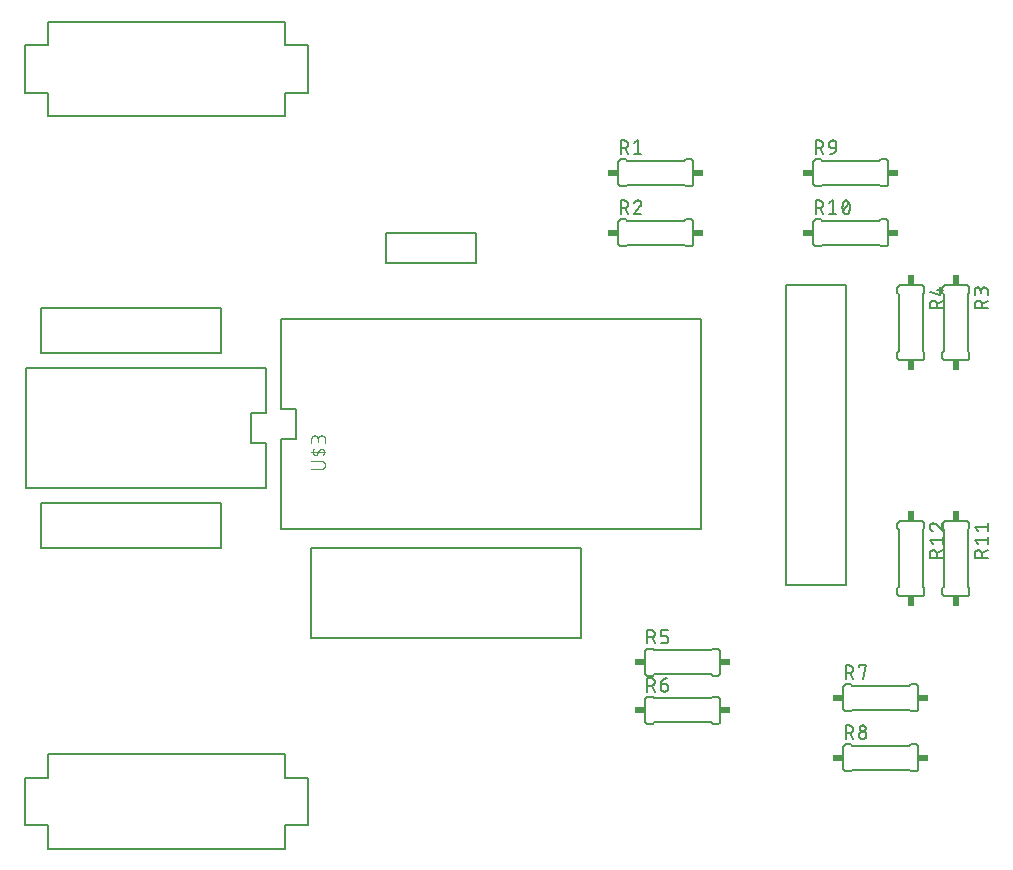
<source format=gbr>
G04 EAGLE Gerber X2 export*
G75*
%MOMM*%
%FSLAX34Y34*%
%LPD*%
%AMOC8*
5,1,8,0,0,1.08239X$1,22.5*%
G01*
%ADD10C,0.152400*%
%ADD11C,0.127000*%
%ADD12R,0.863600X0.609600*%
%ADD13R,0.609600X0.863600*%
%ADD14C,0.203200*%
%ADD15C,0.101600*%


D10*
X554990Y633730D02*
X554890Y633728D01*
X554791Y633722D01*
X554691Y633712D01*
X554593Y633699D01*
X554494Y633681D01*
X554397Y633660D01*
X554301Y633635D01*
X554205Y633606D01*
X554111Y633573D01*
X554018Y633537D01*
X553927Y633497D01*
X553837Y633453D01*
X553749Y633406D01*
X553663Y633356D01*
X553579Y633302D01*
X553497Y633245D01*
X553418Y633185D01*
X553340Y633121D01*
X553266Y633055D01*
X553194Y632986D01*
X553125Y632914D01*
X553059Y632840D01*
X552995Y632762D01*
X552935Y632683D01*
X552878Y632601D01*
X552824Y632517D01*
X552774Y632431D01*
X552727Y632343D01*
X552683Y632253D01*
X552643Y632162D01*
X552607Y632069D01*
X552574Y631975D01*
X552545Y631879D01*
X552520Y631783D01*
X552499Y631686D01*
X552481Y631587D01*
X552468Y631489D01*
X552458Y631389D01*
X552452Y631290D01*
X552450Y631190D01*
X552450Y613410D02*
X552452Y613310D01*
X552458Y613211D01*
X552468Y613111D01*
X552481Y613013D01*
X552499Y612914D01*
X552520Y612817D01*
X552545Y612721D01*
X552574Y612625D01*
X552607Y612531D01*
X552643Y612438D01*
X552683Y612347D01*
X552727Y612257D01*
X552774Y612169D01*
X552824Y612083D01*
X552878Y611999D01*
X552935Y611917D01*
X552995Y611838D01*
X553059Y611760D01*
X553125Y611686D01*
X553194Y611614D01*
X553266Y611545D01*
X553340Y611479D01*
X553418Y611415D01*
X553497Y611355D01*
X553579Y611298D01*
X553663Y611244D01*
X553749Y611194D01*
X553837Y611147D01*
X553927Y611103D01*
X554018Y611063D01*
X554111Y611027D01*
X554205Y610994D01*
X554301Y610965D01*
X554397Y610940D01*
X554494Y610919D01*
X554593Y610901D01*
X554691Y610888D01*
X554791Y610878D01*
X554890Y610872D01*
X554990Y610870D01*
X613410Y610870D02*
X613510Y610872D01*
X613609Y610878D01*
X613709Y610888D01*
X613807Y610901D01*
X613906Y610919D01*
X614003Y610940D01*
X614099Y610965D01*
X614195Y610994D01*
X614289Y611027D01*
X614382Y611063D01*
X614473Y611103D01*
X614563Y611147D01*
X614651Y611194D01*
X614737Y611244D01*
X614821Y611298D01*
X614903Y611355D01*
X614982Y611415D01*
X615060Y611479D01*
X615134Y611545D01*
X615206Y611614D01*
X615275Y611686D01*
X615341Y611760D01*
X615405Y611838D01*
X615465Y611917D01*
X615522Y611999D01*
X615576Y612083D01*
X615626Y612169D01*
X615673Y612257D01*
X615717Y612347D01*
X615757Y612438D01*
X615793Y612531D01*
X615826Y612625D01*
X615855Y612721D01*
X615880Y612817D01*
X615901Y612914D01*
X615919Y613013D01*
X615932Y613111D01*
X615942Y613211D01*
X615948Y613310D01*
X615950Y613410D01*
X615950Y631190D02*
X615948Y631290D01*
X615942Y631389D01*
X615932Y631489D01*
X615919Y631587D01*
X615901Y631686D01*
X615880Y631783D01*
X615855Y631879D01*
X615826Y631975D01*
X615793Y632069D01*
X615757Y632162D01*
X615717Y632253D01*
X615673Y632343D01*
X615626Y632431D01*
X615576Y632517D01*
X615522Y632601D01*
X615465Y632683D01*
X615405Y632762D01*
X615341Y632840D01*
X615275Y632914D01*
X615206Y632986D01*
X615134Y633055D01*
X615060Y633121D01*
X614982Y633185D01*
X614903Y633245D01*
X614821Y633302D01*
X614737Y633356D01*
X614651Y633406D01*
X614563Y633453D01*
X614473Y633497D01*
X614382Y633537D01*
X614289Y633573D01*
X614195Y633606D01*
X614099Y633635D01*
X614003Y633660D01*
X613906Y633681D01*
X613807Y633699D01*
X613709Y633712D01*
X613609Y633722D01*
X613510Y633728D01*
X613410Y633730D01*
X552450Y631190D02*
X552450Y613410D01*
X554990Y633730D02*
X558800Y633730D01*
X560070Y632460D01*
X558800Y610870D02*
X554990Y610870D01*
X558800Y610870D02*
X560070Y612140D01*
X608330Y632460D02*
X609600Y633730D01*
X608330Y632460D02*
X560070Y632460D01*
X608330Y612140D02*
X609600Y610870D01*
X608330Y612140D02*
X560070Y612140D01*
X609600Y633730D02*
X613410Y633730D01*
X613410Y610870D02*
X609600Y610870D01*
X615950Y613410D02*
X615950Y631190D01*
D11*
X554355Y638175D02*
X554355Y649605D01*
X557530Y649605D01*
X557641Y649603D01*
X557751Y649597D01*
X557862Y649588D01*
X557972Y649574D01*
X558081Y649557D01*
X558190Y649536D01*
X558298Y649511D01*
X558405Y649482D01*
X558511Y649450D01*
X558616Y649414D01*
X558719Y649374D01*
X558821Y649331D01*
X558922Y649284D01*
X559021Y649233D01*
X559118Y649180D01*
X559212Y649123D01*
X559305Y649062D01*
X559396Y648999D01*
X559485Y648932D01*
X559571Y648862D01*
X559654Y648789D01*
X559736Y648714D01*
X559814Y648636D01*
X559889Y648554D01*
X559962Y648471D01*
X560032Y648385D01*
X560099Y648296D01*
X560162Y648205D01*
X560223Y648112D01*
X560280Y648017D01*
X560333Y647921D01*
X560384Y647822D01*
X560431Y647721D01*
X560474Y647619D01*
X560514Y647516D01*
X560550Y647411D01*
X560582Y647305D01*
X560611Y647198D01*
X560636Y647090D01*
X560657Y646981D01*
X560674Y646872D01*
X560688Y646762D01*
X560697Y646651D01*
X560703Y646541D01*
X560705Y646430D01*
X560703Y646319D01*
X560697Y646209D01*
X560688Y646098D01*
X560674Y645988D01*
X560657Y645879D01*
X560636Y645770D01*
X560611Y645662D01*
X560582Y645555D01*
X560550Y645449D01*
X560514Y645344D01*
X560474Y645241D01*
X560431Y645139D01*
X560384Y645038D01*
X560333Y644939D01*
X560280Y644843D01*
X560223Y644748D01*
X560162Y644655D01*
X560099Y644564D01*
X560032Y644475D01*
X559962Y644389D01*
X559889Y644306D01*
X559814Y644224D01*
X559736Y644146D01*
X559654Y644071D01*
X559571Y643998D01*
X559485Y643928D01*
X559396Y643861D01*
X559305Y643798D01*
X559212Y643737D01*
X559118Y643680D01*
X559021Y643627D01*
X558922Y643576D01*
X558821Y643529D01*
X558719Y643486D01*
X558616Y643446D01*
X558511Y643410D01*
X558405Y643378D01*
X558298Y643349D01*
X558190Y643324D01*
X558081Y643303D01*
X557972Y643286D01*
X557862Y643272D01*
X557751Y643263D01*
X557641Y643257D01*
X557530Y643255D01*
X554355Y643255D01*
X558165Y643255D02*
X560705Y638175D01*
X565702Y647065D02*
X568877Y649605D01*
X568877Y638175D01*
X565702Y638175D02*
X572052Y638175D01*
D12*
X620268Y622300D03*
X548132Y622300D03*
D10*
X717550Y580390D02*
X717552Y580490D01*
X717558Y580589D01*
X717568Y580689D01*
X717581Y580787D01*
X717599Y580886D01*
X717620Y580983D01*
X717645Y581079D01*
X717674Y581175D01*
X717707Y581269D01*
X717743Y581362D01*
X717783Y581453D01*
X717827Y581543D01*
X717874Y581631D01*
X717924Y581717D01*
X717978Y581801D01*
X718035Y581883D01*
X718095Y581962D01*
X718159Y582040D01*
X718225Y582114D01*
X718294Y582186D01*
X718366Y582255D01*
X718440Y582321D01*
X718518Y582385D01*
X718597Y582445D01*
X718679Y582502D01*
X718763Y582556D01*
X718849Y582606D01*
X718937Y582653D01*
X719027Y582697D01*
X719118Y582737D01*
X719211Y582773D01*
X719305Y582806D01*
X719401Y582835D01*
X719497Y582860D01*
X719594Y582881D01*
X719693Y582899D01*
X719791Y582912D01*
X719891Y582922D01*
X719990Y582928D01*
X720090Y582930D01*
X717550Y562610D02*
X717552Y562510D01*
X717558Y562411D01*
X717568Y562311D01*
X717581Y562213D01*
X717599Y562114D01*
X717620Y562017D01*
X717645Y561921D01*
X717674Y561825D01*
X717707Y561731D01*
X717743Y561638D01*
X717783Y561547D01*
X717827Y561457D01*
X717874Y561369D01*
X717924Y561283D01*
X717978Y561199D01*
X718035Y561117D01*
X718095Y561038D01*
X718159Y560960D01*
X718225Y560886D01*
X718294Y560814D01*
X718366Y560745D01*
X718440Y560679D01*
X718518Y560615D01*
X718597Y560555D01*
X718679Y560498D01*
X718763Y560444D01*
X718849Y560394D01*
X718937Y560347D01*
X719027Y560303D01*
X719118Y560263D01*
X719211Y560227D01*
X719305Y560194D01*
X719401Y560165D01*
X719497Y560140D01*
X719594Y560119D01*
X719693Y560101D01*
X719791Y560088D01*
X719891Y560078D01*
X719990Y560072D01*
X720090Y560070D01*
X778510Y560070D02*
X778610Y560072D01*
X778709Y560078D01*
X778809Y560088D01*
X778907Y560101D01*
X779006Y560119D01*
X779103Y560140D01*
X779199Y560165D01*
X779295Y560194D01*
X779389Y560227D01*
X779482Y560263D01*
X779573Y560303D01*
X779663Y560347D01*
X779751Y560394D01*
X779837Y560444D01*
X779921Y560498D01*
X780003Y560555D01*
X780082Y560615D01*
X780160Y560679D01*
X780234Y560745D01*
X780306Y560814D01*
X780375Y560886D01*
X780441Y560960D01*
X780505Y561038D01*
X780565Y561117D01*
X780622Y561199D01*
X780676Y561283D01*
X780726Y561369D01*
X780773Y561457D01*
X780817Y561547D01*
X780857Y561638D01*
X780893Y561731D01*
X780926Y561825D01*
X780955Y561921D01*
X780980Y562017D01*
X781001Y562114D01*
X781019Y562213D01*
X781032Y562311D01*
X781042Y562411D01*
X781048Y562510D01*
X781050Y562610D01*
X781050Y580390D02*
X781048Y580490D01*
X781042Y580589D01*
X781032Y580689D01*
X781019Y580787D01*
X781001Y580886D01*
X780980Y580983D01*
X780955Y581079D01*
X780926Y581175D01*
X780893Y581269D01*
X780857Y581362D01*
X780817Y581453D01*
X780773Y581543D01*
X780726Y581631D01*
X780676Y581717D01*
X780622Y581801D01*
X780565Y581883D01*
X780505Y581962D01*
X780441Y582040D01*
X780375Y582114D01*
X780306Y582186D01*
X780234Y582255D01*
X780160Y582321D01*
X780082Y582385D01*
X780003Y582445D01*
X779921Y582502D01*
X779837Y582556D01*
X779751Y582606D01*
X779663Y582653D01*
X779573Y582697D01*
X779482Y582737D01*
X779389Y582773D01*
X779295Y582806D01*
X779199Y582835D01*
X779103Y582860D01*
X779006Y582881D01*
X778907Y582899D01*
X778809Y582912D01*
X778709Y582922D01*
X778610Y582928D01*
X778510Y582930D01*
X717550Y580390D02*
X717550Y562610D01*
X720090Y582930D02*
X723900Y582930D01*
X725170Y581660D01*
X723900Y560070D02*
X720090Y560070D01*
X723900Y560070D02*
X725170Y561340D01*
X773430Y581660D02*
X774700Y582930D01*
X773430Y581660D02*
X725170Y581660D01*
X773430Y561340D02*
X774700Y560070D01*
X773430Y561340D02*
X725170Y561340D01*
X774700Y582930D02*
X778510Y582930D01*
X778510Y560070D02*
X774700Y560070D01*
X781050Y562610D02*
X781050Y580390D01*
D11*
X719455Y587375D02*
X719455Y598805D01*
X722630Y598805D01*
X722741Y598803D01*
X722851Y598797D01*
X722962Y598788D01*
X723072Y598774D01*
X723181Y598757D01*
X723290Y598736D01*
X723398Y598711D01*
X723505Y598682D01*
X723611Y598650D01*
X723716Y598614D01*
X723819Y598574D01*
X723921Y598531D01*
X724022Y598484D01*
X724121Y598433D01*
X724218Y598380D01*
X724312Y598323D01*
X724405Y598262D01*
X724496Y598199D01*
X724585Y598132D01*
X724671Y598062D01*
X724754Y597989D01*
X724836Y597914D01*
X724914Y597836D01*
X724989Y597754D01*
X725062Y597671D01*
X725132Y597585D01*
X725199Y597496D01*
X725262Y597405D01*
X725323Y597312D01*
X725380Y597217D01*
X725433Y597121D01*
X725484Y597022D01*
X725531Y596921D01*
X725574Y596819D01*
X725614Y596716D01*
X725650Y596611D01*
X725682Y596505D01*
X725711Y596398D01*
X725736Y596290D01*
X725757Y596181D01*
X725774Y596072D01*
X725788Y595962D01*
X725797Y595851D01*
X725803Y595741D01*
X725805Y595630D01*
X725803Y595519D01*
X725797Y595409D01*
X725788Y595298D01*
X725774Y595188D01*
X725757Y595079D01*
X725736Y594970D01*
X725711Y594862D01*
X725682Y594755D01*
X725650Y594649D01*
X725614Y594544D01*
X725574Y594441D01*
X725531Y594339D01*
X725484Y594238D01*
X725433Y594139D01*
X725380Y594043D01*
X725323Y593948D01*
X725262Y593855D01*
X725199Y593764D01*
X725132Y593675D01*
X725062Y593589D01*
X724989Y593506D01*
X724914Y593424D01*
X724836Y593346D01*
X724754Y593271D01*
X724671Y593198D01*
X724585Y593128D01*
X724496Y593061D01*
X724405Y592998D01*
X724312Y592937D01*
X724218Y592880D01*
X724121Y592827D01*
X724022Y592776D01*
X723921Y592729D01*
X723819Y592686D01*
X723716Y592646D01*
X723611Y592610D01*
X723505Y592578D01*
X723398Y592549D01*
X723290Y592524D01*
X723181Y592503D01*
X723072Y592486D01*
X722962Y592472D01*
X722851Y592463D01*
X722741Y592457D01*
X722630Y592455D01*
X719455Y592455D01*
X723265Y592455D02*
X725805Y587375D01*
X730802Y596265D02*
X733977Y598805D01*
X733977Y587375D01*
X730802Y587375D02*
X737152Y587375D01*
X742232Y593090D02*
X742235Y593315D01*
X742243Y593540D01*
X742256Y593764D01*
X742275Y593988D01*
X742299Y594212D01*
X742328Y594435D01*
X742363Y594657D01*
X742403Y594878D01*
X742449Y595098D01*
X742499Y595317D01*
X742555Y595535D01*
X742616Y595752D01*
X742682Y595967D01*
X742753Y596180D01*
X742830Y596391D01*
X742911Y596601D01*
X742997Y596809D01*
X743088Y597014D01*
X743184Y597217D01*
X743184Y597218D02*
X743216Y597306D01*
X743252Y597393D01*
X743291Y597479D01*
X743334Y597563D01*
X743380Y597645D01*
X743429Y597725D01*
X743481Y597803D01*
X743537Y597879D01*
X743595Y597953D01*
X743657Y598024D01*
X743721Y598093D01*
X743788Y598159D01*
X743857Y598222D01*
X743929Y598283D01*
X744003Y598341D01*
X744080Y598395D01*
X744158Y598447D01*
X744239Y598495D01*
X744321Y598540D01*
X744406Y598582D01*
X744492Y598620D01*
X744579Y598655D01*
X744667Y598687D01*
X744757Y598714D01*
X744848Y598739D01*
X744940Y598759D01*
X745032Y598776D01*
X745126Y598789D01*
X745219Y598798D01*
X745313Y598804D01*
X745407Y598806D01*
X745501Y598804D01*
X745595Y598798D01*
X745688Y598789D01*
X745782Y598776D01*
X745874Y598759D01*
X745966Y598739D01*
X746057Y598714D01*
X746147Y598687D01*
X746235Y598655D01*
X746322Y598620D01*
X746408Y598582D01*
X746493Y598540D01*
X746575Y598495D01*
X746656Y598447D01*
X746734Y598395D01*
X746811Y598341D01*
X746885Y598283D01*
X746957Y598222D01*
X747026Y598159D01*
X747093Y598093D01*
X747157Y598024D01*
X747219Y597953D01*
X747277Y597879D01*
X747333Y597803D01*
X747385Y597725D01*
X747434Y597645D01*
X747480Y597563D01*
X747523Y597479D01*
X747562Y597393D01*
X747598Y597306D01*
X747630Y597218D01*
X747630Y597217D02*
X747726Y597014D01*
X747817Y596809D01*
X747903Y596601D01*
X747984Y596391D01*
X748061Y596180D01*
X748132Y595967D01*
X748198Y595752D01*
X748259Y595535D01*
X748315Y595317D01*
X748365Y595098D01*
X748411Y594878D01*
X748451Y594657D01*
X748486Y594435D01*
X748515Y594212D01*
X748539Y593988D01*
X748558Y593764D01*
X748571Y593540D01*
X748579Y593315D01*
X748582Y593090D01*
X742232Y593090D02*
X742235Y592865D01*
X742243Y592640D01*
X742256Y592416D01*
X742275Y592192D01*
X742299Y591968D01*
X742328Y591745D01*
X742363Y591523D01*
X742403Y591302D01*
X742449Y591082D01*
X742499Y590863D01*
X742555Y590645D01*
X742616Y590428D01*
X742682Y590213D01*
X742753Y590000D01*
X742830Y589789D01*
X742911Y589579D01*
X742997Y589371D01*
X743088Y589166D01*
X743184Y588963D01*
X743216Y588875D01*
X743252Y588788D01*
X743291Y588702D01*
X743334Y588618D01*
X743380Y588536D01*
X743429Y588456D01*
X743481Y588378D01*
X743537Y588302D01*
X743595Y588228D01*
X743657Y588157D01*
X743721Y588088D01*
X743788Y588022D01*
X743857Y587959D01*
X743929Y587898D01*
X744003Y587840D01*
X744080Y587786D01*
X744158Y587734D01*
X744239Y587686D01*
X744321Y587641D01*
X744406Y587599D01*
X744492Y587561D01*
X744579Y587526D01*
X744667Y587494D01*
X744757Y587467D01*
X744848Y587442D01*
X744940Y587422D01*
X745032Y587405D01*
X745126Y587392D01*
X745219Y587383D01*
X745313Y587377D01*
X745407Y587375D01*
X747630Y588963D02*
X747726Y589166D01*
X747817Y589371D01*
X747903Y589579D01*
X747984Y589789D01*
X748061Y590000D01*
X748132Y590213D01*
X748198Y590428D01*
X748259Y590645D01*
X748315Y590863D01*
X748365Y591082D01*
X748411Y591302D01*
X748451Y591523D01*
X748486Y591745D01*
X748515Y591968D01*
X748539Y592192D01*
X748558Y592416D01*
X748571Y592640D01*
X748579Y592865D01*
X748582Y593090D01*
X747630Y588963D02*
X747598Y588875D01*
X747562Y588788D01*
X747523Y588702D01*
X747480Y588618D01*
X747434Y588536D01*
X747385Y588456D01*
X747333Y588378D01*
X747277Y588302D01*
X747219Y588228D01*
X747157Y588157D01*
X747093Y588088D01*
X747026Y588022D01*
X746957Y587959D01*
X746885Y587898D01*
X746811Y587840D01*
X746734Y587786D01*
X746656Y587734D01*
X746575Y587686D01*
X746493Y587641D01*
X746408Y587599D01*
X746322Y587561D01*
X746235Y587526D01*
X746147Y587494D01*
X746057Y587467D01*
X745966Y587442D01*
X745874Y587422D01*
X745782Y587405D01*
X745688Y587392D01*
X745595Y587383D01*
X745501Y587377D01*
X745407Y587375D01*
X742867Y589915D02*
X747947Y596265D01*
D12*
X785368Y571500D03*
X713232Y571500D03*
D10*
X847090Y327350D02*
X847190Y327348D01*
X847289Y327342D01*
X847389Y327332D01*
X847487Y327319D01*
X847586Y327301D01*
X847683Y327280D01*
X847779Y327255D01*
X847875Y327226D01*
X847969Y327193D01*
X848062Y327157D01*
X848153Y327117D01*
X848243Y327073D01*
X848331Y327026D01*
X848417Y326976D01*
X848501Y326922D01*
X848583Y326865D01*
X848662Y326805D01*
X848740Y326741D01*
X848814Y326675D01*
X848886Y326606D01*
X848955Y326534D01*
X849021Y326460D01*
X849085Y326382D01*
X849145Y326303D01*
X849202Y326221D01*
X849256Y326137D01*
X849306Y326051D01*
X849353Y325963D01*
X849397Y325873D01*
X849437Y325782D01*
X849473Y325689D01*
X849506Y325595D01*
X849535Y325499D01*
X849560Y325403D01*
X849581Y325306D01*
X849599Y325207D01*
X849612Y325109D01*
X849622Y325009D01*
X849628Y324910D01*
X849630Y324810D01*
X829310Y327350D02*
X829210Y327348D01*
X829111Y327342D01*
X829011Y327332D01*
X828913Y327319D01*
X828814Y327301D01*
X828717Y327280D01*
X828621Y327255D01*
X828525Y327226D01*
X828431Y327193D01*
X828338Y327157D01*
X828247Y327117D01*
X828157Y327073D01*
X828069Y327026D01*
X827983Y326976D01*
X827899Y326922D01*
X827817Y326865D01*
X827738Y326805D01*
X827660Y326741D01*
X827586Y326675D01*
X827514Y326606D01*
X827445Y326534D01*
X827379Y326460D01*
X827315Y326382D01*
X827255Y326303D01*
X827198Y326221D01*
X827144Y326137D01*
X827094Y326051D01*
X827047Y325963D01*
X827003Y325873D01*
X826963Y325782D01*
X826927Y325689D01*
X826894Y325595D01*
X826865Y325499D01*
X826840Y325403D01*
X826819Y325306D01*
X826801Y325207D01*
X826788Y325109D01*
X826778Y325009D01*
X826772Y324910D01*
X826770Y324810D01*
X826770Y266390D02*
X826772Y266290D01*
X826778Y266191D01*
X826788Y266091D01*
X826801Y265993D01*
X826819Y265894D01*
X826840Y265797D01*
X826865Y265701D01*
X826894Y265605D01*
X826927Y265511D01*
X826963Y265418D01*
X827003Y265327D01*
X827047Y265237D01*
X827094Y265149D01*
X827144Y265063D01*
X827198Y264979D01*
X827255Y264897D01*
X827315Y264818D01*
X827379Y264740D01*
X827445Y264666D01*
X827514Y264594D01*
X827586Y264525D01*
X827660Y264459D01*
X827738Y264395D01*
X827817Y264335D01*
X827899Y264278D01*
X827983Y264224D01*
X828069Y264174D01*
X828157Y264127D01*
X828247Y264083D01*
X828338Y264043D01*
X828431Y264007D01*
X828525Y263974D01*
X828621Y263945D01*
X828717Y263920D01*
X828814Y263899D01*
X828913Y263881D01*
X829011Y263868D01*
X829111Y263858D01*
X829210Y263852D01*
X829310Y263850D01*
X847090Y263850D02*
X847190Y263852D01*
X847289Y263858D01*
X847389Y263868D01*
X847487Y263881D01*
X847586Y263899D01*
X847683Y263920D01*
X847779Y263945D01*
X847875Y263974D01*
X847969Y264007D01*
X848062Y264043D01*
X848153Y264083D01*
X848243Y264127D01*
X848331Y264174D01*
X848417Y264224D01*
X848501Y264278D01*
X848583Y264335D01*
X848662Y264395D01*
X848740Y264459D01*
X848814Y264525D01*
X848886Y264594D01*
X848955Y264666D01*
X849021Y264740D01*
X849085Y264818D01*
X849145Y264897D01*
X849202Y264979D01*
X849256Y265063D01*
X849306Y265149D01*
X849353Y265237D01*
X849397Y265327D01*
X849437Y265418D01*
X849473Y265511D01*
X849506Y265605D01*
X849535Y265701D01*
X849560Y265797D01*
X849581Y265894D01*
X849599Y265993D01*
X849612Y266091D01*
X849622Y266191D01*
X849628Y266290D01*
X849630Y266390D01*
X847090Y327350D02*
X829310Y327350D01*
X849630Y324810D02*
X849630Y321000D01*
X848360Y319730D01*
X826770Y321000D02*
X826770Y324810D01*
X826770Y321000D02*
X828040Y319730D01*
X848360Y271470D02*
X849630Y270200D01*
X848360Y271470D02*
X848360Y319730D01*
X828040Y271470D02*
X826770Y270200D01*
X828040Y271470D02*
X828040Y319730D01*
X849630Y270200D02*
X849630Y266390D01*
X826770Y266390D02*
X826770Y270200D01*
X829310Y263850D02*
X847090Y263850D01*
D11*
X854075Y296318D02*
X865505Y296318D01*
X854075Y296318D02*
X854075Y299493D01*
X854077Y299604D01*
X854083Y299714D01*
X854092Y299825D01*
X854106Y299935D01*
X854123Y300044D01*
X854144Y300153D01*
X854169Y300261D01*
X854198Y300368D01*
X854230Y300474D01*
X854266Y300579D01*
X854306Y300682D01*
X854349Y300784D01*
X854396Y300885D01*
X854447Y300984D01*
X854500Y301081D01*
X854557Y301175D01*
X854618Y301268D01*
X854681Y301359D01*
X854748Y301448D01*
X854818Y301534D01*
X854891Y301617D01*
X854966Y301699D01*
X855044Y301777D01*
X855126Y301852D01*
X855209Y301925D01*
X855295Y301995D01*
X855384Y302062D01*
X855475Y302125D01*
X855568Y302186D01*
X855663Y302243D01*
X855759Y302296D01*
X855858Y302347D01*
X855959Y302394D01*
X856061Y302437D01*
X856164Y302477D01*
X856269Y302513D01*
X856375Y302545D01*
X856482Y302574D01*
X856590Y302599D01*
X856699Y302620D01*
X856808Y302637D01*
X856918Y302651D01*
X857029Y302660D01*
X857139Y302666D01*
X857250Y302668D01*
X857361Y302666D01*
X857471Y302660D01*
X857582Y302651D01*
X857692Y302637D01*
X857801Y302620D01*
X857910Y302599D01*
X858018Y302574D01*
X858125Y302545D01*
X858231Y302513D01*
X858336Y302477D01*
X858439Y302437D01*
X858541Y302394D01*
X858642Y302347D01*
X858741Y302296D01*
X858838Y302243D01*
X858932Y302186D01*
X859025Y302125D01*
X859116Y302062D01*
X859205Y301995D01*
X859291Y301925D01*
X859374Y301852D01*
X859456Y301777D01*
X859534Y301699D01*
X859609Y301617D01*
X859682Y301534D01*
X859752Y301448D01*
X859819Y301359D01*
X859882Y301268D01*
X859943Y301175D01*
X860000Y301081D01*
X860053Y300984D01*
X860104Y300885D01*
X860151Y300784D01*
X860194Y300682D01*
X860234Y300579D01*
X860270Y300474D01*
X860302Y300368D01*
X860331Y300261D01*
X860356Y300153D01*
X860377Y300044D01*
X860394Y299935D01*
X860408Y299825D01*
X860417Y299714D01*
X860423Y299604D01*
X860425Y299493D01*
X860425Y296318D01*
X860425Y300128D02*
X865505Y302668D01*
X856615Y307665D02*
X854075Y310840D01*
X865505Y310840D01*
X865505Y307665D02*
X865505Y314015D01*
X856615Y319095D02*
X854075Y322270D01*
X865505Y322270D01*
X865505Y319095D02*
X865505Y325445D01*
D13*
X838200Y259532D03*
X838200Y331668D03*
D10*
X811530Y324810D02*
X811528Y324910D01*
X811522Y325009D01*
X811512Y325109D01*
X811499Y325207D01*
X811481Y325306D01*
X811460Y325403D01*
X811435Y325499D01*
X811406Y325595D01*
X811373Y325689D01*
X811337Y325782D01*
X811297Y325873D01*
X811253Y325963D01*
X811206Y326051D01*
X811156Y326137D01*
X811102Y326221D01*
X811045Y326303D01*
X810985Y326382D01*
X810921Y326460D01*
X810855Y326534D01*
X810786Y326606D01*
X810714Y326675D01*
X810640Y326741D01*
X810562Y326805D01*
X810483Y326865D01*
X810401Y326922D01*
X810317Y326976D01*
X810231Y327026D01*
X810143Y327073D01*
X810053Y327117D01*
X809962Y327157D01*
X809869Y327193D01*
X809775Y327226D01*
X809679Y327255D01*
X809583Y327280D01*
X809486Y327301D01*
X809387Y327319D01*
X809289Y327332D01*
X809189Y327342D01*
X809090Y327348D01*
X808990Y327350D01*
X791210Y327350D02*
X791110Y327348D01*
X791011Y327342D01*
X790911Y327332D01*
X790813Y327319D01*
X790714Y327301D01*
X790617Y327280D01*
X790521Y327255D01*
X790425Y327226D01*
X790331Y327193D01*
X790238Y327157D01*
X790147Y327117D01*
X790057Y327073D01*
X789969Y327026D01*
X789883Y326976D01*
X789799Y326922D01*
X789717Y326865D01*
X789638Y326805D01*
X789560Y326741D01*
X789486Y326675D01*
X789414Y326606D01*
X789345Y326534D01*
X789279Y326460D01*
X789215Y326382D01*
X789155Y326303D01*
X789098Y326221D01*
X789044Y326137D01*
X788994Y326051D01*
X788947Y325963D01*
X788903Y325873D01*
X788863Y325782D01*
X788827Y325689D01*
X788794Y325595D01*
X788765Y325499D01*
X788740Y325403D01*
X788719Y325306D01*
X788701Y325207D01*
X788688Y325109D01*
X788678Y325009D01*
X788672Y324910D01*
X788670Y324810D01*
X788670Y266390D02*
X788672Y266290D01*
X788678Y266191D01*
X788688Y266091D01*
X788701Y265993D01*
X788719Y265894D01*
X788740Y265797D01*
X788765Y265701D01*
X788794Y265605D01*
X788827Y265511D01*
X788863Y265418D01*
X788903Y265327D01*
X788947Y265237D01*
X788994Y265149D01*
X789044Y265063D01*
X789098Y264979D01*
X789155Y264897D01*
X789215Y264818D01*
X789279Y264740D01*
X789345Y264666D01*
X789414Y264594D01*
X789486Y264525D01*
X789560Y264459D01*
X789638Y264395D01*
X789717Y264335D01*
X789799Y264278D01*
X789883Y264224D01*
X789969Y264174D01*
X790057Y264127D01*
X790147Y264083D01*
X790238Y264043D01*
X790331Y264007D01*
X790425Y263974D01*
X790521Y263945D01*
X790617Y263920D01*
X790714Y263899D01*
X790813Y263881D01*
X790911Y263868D01*
X791011Y263858D01*
X791110Y263852D01*
X791210Y263850D01*
X808990Y263850D02*
X809090Y263852D01*
X809189Y263858D01*
X809289Y263868D01*
X809387Y263881D01*
X809486Y263899D01*
X809583Y263920D01*
X809679Y263945D01*
X809775Y263974D01*
X809869Y264007D01*
X809962Y264043D01*
X810053Y264083D01*
X810143Y264127D01*
X810231Y264174D01*
X810317Y264224D01*
X810401Y264278D01*
X810483Y264335D01*
X810562Y264395D01*
X810640Y264459D01*
X810714Y264525D01*
X810786Y264594D01*
X810855Y264666D01*
X810921Y264740D01*
X810985Y264818D01*
X811045Y264897D01*
X811102Y264979D01*
X811156Y265063D01*
X811206Y265149D01*
X811253Y265237D01*
X811297Y265327D01*
X811337Y265418D01*
X811373Y265511D01*
X811406Y265605D01*
X811435Y265701D01*
X811460Y265797D01*
X811481Y265894D01*
X811499Y265993D01*
X811512Y266091D01*
X811522Y266191D01*
X811528Y266290D01*
X811530Y266390D01*
X808990Y327350D02*
X791210Y327350D01*
X811530Y324810D02*
X811530Y321000D01*
X810260Y319730D01*
X788670Y321000D02*
X788670Y324810D01*
X788670Y321000D02*
X789940Y319730D01*
X810260Y271470D02*
X811530Y270200D01*
X810260Y271470D02*
X810260Y319730D01*
X789940Y271470D02*
X788670Y270200D01*
X789940Y271470D02*
X789940Y319730D01*
X811530Y270200D02*
X811530Y266390D01*
X788670Y266390D02*
X788670Y270200D01*
X791210Y263850D02*
X808990Y263850D01*
D11*
X815975Y296318D02*
X827405Y296318D01*
X815975Y296318D02*
X815975Y299493D01*
X815977Y299604D01*
X815983Y299714D01*
X815992Y299825D01*
X816006Y299935D01*
X816023Y300044D01*
X816044Y300153D01*
X816069Y300261D01*
X816098Y300368D01*
X816130Y300474D01*
X816166Y300579D01*
X816206Y300682D01*
X816249Y300784D01*
X816296Y300885D01*
X816347Y300984D01*
X816400Y301081D01*
X816457Y301175D01*
X816518Y301268D01*
X816581Y301359D01*
X816648Y301448D01*
X816718Y301534D01*
X816791Y301617D01*
X816866Y301699D01*
X816944Y301777D01*
X817026Y301852D01*
X817109Y301925D01*
X817195Y301995D01*
X817284Y302062D01*
X817375Y302125D01*
X817468Y302186D01*
X817563Y302243D01*
X817659Y302296D01*
X817758Y302347D01*
X817859Y302394D01*
X817961Y302437D01*
X818064Y302477D01*
X818169Y302513D01*
X818275Y302545D01*
X818382Y302574D01*
X818490Y302599D01*
X818599Y302620D01*
X818708Y302637D01*
X818818Y302651D01*
X818929Y302660D01*
X819039Y302666D01*
X819150Y302668D01*
X819261Y302666D01*
X819371Y302660D01*
X819482Y302651D01*
X819592Y302637D01*
X819701Y302620D01*
X819810Y302599D01*
X819918Y302574D01*
X820025Y302545D01*
X820131Y302513D01*
X820236Y302477D01*
X820339Y302437D01*
X820441Y302394D01*
X820542Y302347D01*
X820641Y302296D01*
X820738Y302243D01*
X820832Y302186D01*
X820925Y302125D01*
X821016Y302062D01*
X821105Y301995D01*
X821191Y301925D01*
X821274Y301852D01*
X821356Y301777D01*
X821434Y301699D01*
X821509Y301617D01*
X821582Y301534D01*
X821652Y301448D01*
X821719Y301359D01*
X821782Y301268D01*
X821843Y301175D01*
X821900Y301081D01*
X821953Y300984D01*
X822004Y300885D01*
X822051Y300784D01*
X822094Y300682D01*
X822134Y300579D01*
X822170Y300474D01*
X822202Y300368D01*
X822231Y300261D01*
X822256Y300153D01*
X822277Y300044D01*
X822294Y299935D01*
X822308Y299825D01*
X822317Y299714D01*
X822323Y299604D01*
X822325Y299493D01*
X822325Y296318D01*
X822325Y300128D02*
X827405Y302668D01*
X818515Y307665D02*
X815975Y310840D01*
X827405Y310840D01*
X827405Y307665D02*
X827405Y314015D01*
X815975Y322588D02*
X815977Y322692D01*
X815983Y322797D01*
X815992Y322901D01*
X816005Y323004D01*
X816023Y323107D01*
X816043Y323209D01*
X816068Y323311D01*
X816096Y323411D01*
X816128Y323511D01*
X816164Y323609D01*
X816203Y323706D01*
X816245Y323801D01*
X816291Y323895D01*
X816341Y323987D01*
X816393Y324077D01*
X816449Y324165D01*
X816509Y324251D01*
X816571Y324335D01*
X816636Y324416D01*
X816704Y324495D01*
X816776Y324572D01*
X816849Y324645D01*
X816926Y324717D01*
X817005Y324785D01*
X817086Y324850D01*
X817170Y324912D01*
X817256Y324972D01*
X817344Y325028D01*
X817434Y325080D01*
X817526Y325130D01*
X817620Y325176D01*
X817715Y325218D01*
X817812Y325257D01*
X817910Y325293D01*
X818010Y325325D01*
X818110Y325353D01*
X818212Y325378D01*
X818314Y325398D01*
X818417Y325416D01*
X818520Y325429D01*
X818624Y325438D01*
X818729Y325444D01*
X818833Y325446D01*
X815975Y322588D02*
X815977Y322470D01*
X815983Y322351D01*
X815992Y322233D01*
X816005Y322116D01*
X816023Y321999D01*
X816043Y321882D01*
X816068Y321766D01*
X816096Y321651D01*
X816129Y321538D01*
X816164Y321425D01*
X816204Y321313D01*
X816246Y321203D01*
X816293Y321094D01*
X816343Y320986D01*
X816396Y320881D01*
X816453Y320777D01*
X816513Y320675D01*
X816576Y320575D01*
X816643Y320477D01*
X816712Y320381D01*
X816785Y320288D01*
X816861Y320197D01*
X816939Y320108D01*
X817021Y320022D01*
X817105Y319939D01*
X817191Y319858D01*
X817281Y319781D01*
X817372Y319706D01*
X817466Y319634D01*
X817563Y319565D01*
X817661Y319500D01*
X817762Y319437D01*
X817865Y319378D01*
X817969Y319322D01*
X818075Y319270D01*
X818183Y319221D01*
X818292Y319176D01*
X818403Y319134D01*
X818515Y319096D01*
X821055Y324493D02*
X820980Y324569D01*
X820901Y324644D01*
X820820Y324715D01*
X820736Y324784D01*
X820650Y324849D01*
X820562Y324911D01*
X820472Y324971D01*
X820380Y325027D01*
X820285Y325080D01*
X820189Y325129D01*
X820091Y325175D01*
X819992Y325218D01*
X819891Y325257D01*
X819789Y325292D01*
X819686Y325324D01*
X819582Y325352D01*
X819477Y325377D01*
X819370Y325398D01*
X819264Y325415D01*
X819157Y325428D01*
X819049Y325437D01*
X818941Y325443D01*
X818833Y325445D01*
X821055Y324493D02*
X827405Y319095D01*
X827405Y325445D01*
D13*
X800100Y259532D03*
X800100Y331668D03*
D10*
X552450Y580390D02*
X552452Y580490D01*
X552458Y580589D01*
X552468Y580689D01*
X552481Y580787D01*
X552499Y580886D01*
X552520Y580983D01*
X552545Y581079D01*
X552574Y581175D01*
X552607Y581269D01*
X552643Y581362D01*
X552683Y581453D01*
X552727Y581543D01*
X552774Y581631D01*
X552824Y581717D01*
X552878Y581801D01*
X552935Y581883D01*
X552995Y581962D01*
X553059Y582040D01*
X553125Y582114D01*
X553194Y582186D01*
X553266Y582255D01*
X553340Y582321D01*
X553418Y582385D01*
X553497Y582445D01*
X553579Y582502D01*
X553663Y582556D01*
X553749Y582606D01*
X553837Y582653D01*
X553927Y582697D01*
X554018Y582737D01*
X554111Y582773D01*
X554205Y582806D01*
X554301Y582835D01*
X554397Y582860D01*
X554494Y582881D01*
X554593Y582899D01*
X554691Y582912D01*
X554791Y582922D01*
X554890Y582928D01*
X554990Y582930D01*
X552450Y562610D02*
X552452Y562510D01*
X552458Y562411D01*
X552468Y562311D01*
X552481Y562213D01*
X552499Y562114D01*
X552520Y562017D01*
X552545Y561921D01*
X552574Y561825D01*
X552607Y561731D01*
X552643Y561638D01*
X552683Y561547D01*
X552727Y561457D01*
X552774Y561369D01*
X552824Y561283D01*
X552878Y561199D01*
X552935Y561117D01*
X552995Y561038D01*
X553059Y560960D01*
X553125Y560886D01*
X553194Y560814D01*
X553266Y560745D01*
X553340Y560679D01*
X553418Y560615D01*
X553497Y560555D01*
X553579Y560498D01*
X553663Y560444D01*
X553749Y560394D01*
X553837Y560347D01*
X553927Y560303D01*
X554018Y560263D01*
X554111Y560227D01*
X554205Y560194D01*
X554301Y560165D01*
X554397Y560140D01*
X554494Y560119D01*
X554593Y560101D01*
X554691Y560088D01*
X554791Y560078D01*
X554890Y560072D01*
X554990Y560070D01*
X613410Y560070D02*
X613510Y560072D01*
X613609Y560078D01*
X613709Y560088D01*
X613807Y560101D01*
X613906Y560119D01*
X614003Y560140D01*
X614099Y560165D01*
X614195Y560194D01*
X614289Y560227D01*
X614382Y560263D01*
X614473Y560303D01*
X614563Y560347D01*
X614651Y560394D01*
X614737Y560444D01*
X614821Y560498D01*
X614903Y560555D01*
X614982Y560615D01*
X615060Y560679D01*
X615134Y560745D01*
X615206Y560814D01*
X615275Y560886D01*
X615341Y560960D01*
X615405Y561038D01*
X615465Y561117D01*
X615522Y561199D01*
X615576Y561283D01*
X615626Y561369D01*
X615673Y561457D01*
X615717Y561547D01*
X615757Y561638D01*
X615793Y561731D01*
X615826Y561825D01*
X615855Y561921D01*
X615880Y562017D01*
X615901Y562114D01*
X615919Y562213D01*
X615932Y562311D01*
X615942Y562411D01*
X615948Y562510D01*
X615950Y562610D01*
X615950Y580390D02*
X615948Y580490D01*
X615942Y580589D01*
X615932Y580689D01*
X615919Y580787D01*
X615901Y580886D01*
X615880Y580983D01*
X615855Y581079D01*
X615826Y581175D01*
X615793Y581269D01*
X615757Y581362D01*
X615717Y581453D01*
X615673Y581543D01*
X615626Y581631D01*
X615576Y581717D01*
X615522Y581801D01*
X615465Y581883D01*
X615405Y581962D01*
X615341Y582040D01*
X615275Y582114D01*
X615206Y582186D01*
X615134Y582255D01*
X615060Y582321D01*
X614982Y582385D01*
X614903Y582445D01*
X614821Y582502D01*
X614737Y582556D01*
X614651Y582606D01*
X614563Y582653D01*
X614473Y582697D01*
X614382Y582737D01*
X614289Y582773D01*
X614195Y582806D01*
X614099Y582835D01*
X614003Y582860D01*
X613906Y582881D01*
X613807Y582899D01*
X613709Y582912D01*
X613609Y582922D01*
X613510Y582928D01*
X613410Y582930D01*
X552450Y580390D02*
X552450Y562610D01*
X554990Y582930D02*
X558800Y582930D01*
X560070Y581660D01*
X558800Y560070D02*
X554990Y560070D01*
X558800Y560070D02*
X560070Y561340D01*
X608330Y581660D02*
X609600Y582930D01*
X608330Y581660D02*
X560070Y581660D01*
X608330Y561340D02*
X609600Y560070D01*
X608330Y561340D02*
X560070Y561340D01*
X609600Y582930D02*
X613410Y582930D01*
X613410Y560070D02*
X609600Y560070D01*
X615950Y562610D02*
X615950Y580390D01*
D11*
X554355Y587375D02*
X554355Y598805D01*
X557530Y598805D01*
X557641Y598803D01*
X557751Y598797D01*
X557862Y598788D01*
X557972Y598774D01*
X558081Y598757D01*
X558190Y598736D01*
X558298Y598711D01*
X558405Y598682D01*
X558511Y598650D01*
X558616Y598614D01*
X558719Y598574D01*
X558821Y598531D01*
X558922Y598484D01*
X559021Y598433D01*
X559118Y598380D01*
X559212Y598323D01*
X559305Y598262D01*
X559396Y598199D01*
X559485Y598132D01*
X559571Y598062D01*
X559654Y597989D01*
X559736Y597914D01*
X559814Y597836D01*
X559889Y597754D01*
X559962Y597671D01*
X560032Y597585D01*
X560099Y597496D01*
X560162Y597405D01*
X560223Y597312D01*
X560280Y597217D01*
X560333Y597121D01*
X560384Y597022D01*
X560431Y596921D01*
X560474Y596819D01*
X560514Y596716D01*
X560550Y596611D01*
X560582Y596505D01*
X560611Y596398D01*
X560636Y596290D01*
X560657Y596181D01*
X560674Y596072D01*
X560688Y595962D01*
X560697Y595851D01*
X560703Y595741D01*
X560705Y595630D01*
X560703Y595519D01*
X560697Y595409D01*
X560688Y595298D01*
X560674Y595188D01*
X560657Y595079D01*
X560636Y594970D01*
X560611Y594862D01*
X560582Y594755D01*
X560550Y594649D01*
X560514Y594544D01*
X560474Y594441D01*
X560431Y594339D01*
X560384Y594238D01*
X560333Y594139D01*
X560280Y594043D01*
X560223Y593948D01*
X560162Y593855D01*
X560099Y593764D01*
X560032Y593675D01*
X559962Y593589D01*
X559889Y593506D01*
X559814Y593424D01*
X559736Y593346D01*
X559654Y593271D01*
X559571Y593198D01*
X559485Y593128D01*
X559396Y593061D01*
X559305Y592998D01*
X559212Y592937D01*
X559118Y592880D01*
X559021Y592827D01*
X558922Y592776D01*
X558821Y592729D01*
X558719Y592686D01*
X558616Y592646D01*
X558511Y592610D01*
X558405Y592578D01*
X558298Y592549D01*
X558190Y592524D01*
X558081Y592503D01*
X557972Y592486D01*
X557862Y592472D01*
X557751Y592463D01*
X557641Y592457D01*
X557530Y592455D01*
X554355Y592455D01*
X558165Y592455D02*
X560705Y587375D01*
X572053Y595948D02*
X572051Y596052D01*
X572045Y596157D01*
X572036Y596261D01*
X572023Y596364D01*
X572005Y596467D01*
X571985Y596569D01*
X571960Y596671D01*
X571932Y596771D01*
X571900Y596871D01*
X571864Y596969D01*
X571825Y597066D01*
X571783Y597161D01*
X571737Y597255D01*
X571687Y597347D01*
X571635Y597437D01*
X571579Y597525D01*
X571519Y597611D01*
X571457Y597695D01*
X571392Y597776D01*
X571324Y597855D01*
X571252Y597932D01*
X571179Y598005D01*
X571102Y598077D01*
X571023Y598145D01*
X570942Y598210D01*
X570858Y598272D01*
X570772Y598332D01*
X570684Y598388D01*
X570594Y598440D01*
X570502Y598490D01*
X570408Y598536D01*
X570313Y598578D01*
X570216Y598617D01*
X570118Y598653D01*
X570018Y598685D01*
X569918Y598713D01*
X569816Y598738D01*
X569714Y598758D01*
X569611Y598776D01*
X569508Y598789D01*
X569404Y598798D01*
X569299Y598804D01*
X569195Y598806D01*
X569195Y598805D02*
X569077Y598803D01*
X568958Y598797D01*
X568840Y598788D01*
X568723Y598775D01*
X568606Y598757D01*
X568489Y598737D01*
X568373Y598712D01*
X568258Y598684D01*
X568145Y598651D01*
X568032Y598616D01*
X567920Y598576D01*
X567810Y598534D01*
X567701Y598487D01*
X567593Y598437D01*
X567488Y598384D01*
X567384Y598327D01*
X567282Y598267D01*
X567182Y598204D01*
X567084Y598137D01*
X566988Y598068D01*
X566895Y597995D01*
X566804Y597919D01*
X566715Y597841D01*
X566629Y597759D01*
X566546Y597675D01*
X566465Y597589D01*
X566388Y597499D01*
X566313Y597408D01*
X566241Y597314D01*
X566172Y597217D01*
X566107Y597119D01*
X566044Y597018D01*
X565985Y596915D01*
X565929Y596811D01*
X565877Y596705D01*
X565828Y596597D01*
X565783Y596488D01*
X565741Y596377D01*
X565703Y596265D01*
X571100Y593726D02*
X571176Y593801D01*
X571251Y593880D01*
X571322Y593961D01*
X571391Y594045D01*
X571456Y594131D01*
X571518Y594219D01*
X571578Y594309D01*
X571634Y594401D01*
X571687Y594496D01*
X571736Y594592D01*
X571782Y594690D01*
X571825Y594789D01*
X571864Y594890D01*
X571899Y594992D01*
X571931Y595095D01*
X571959Y595199D01*
X571984Y595304D01*
X572005Y595411D01*
X572022Y595517D01*
X572035Y595624D01*
X572044Y595732D01*
X572050Y595840D01*
X572052Y595948D01*
X571100Y593725D02*
X565702Y587375D01*
X572052Y587375D01*
D12*
X620268Y571500D03*
X548132Y571500D03*
D10*
X847090Y527050D02*
X847190Y527048D01*
X847289Y527042D01*
X847389Y527032D01*
X847487Y527019D01*
X847586Y527001D01*
X847683Y526980D01*
X847779Y526955D01*
X847875Y526926D01*
X847969Y526893D01*
X848062Y526857D01*
X848153Y526817D01*
X848243Y526773D01*
X848331Y526726D01*
X848417Y526676D01*
X848501Y526622D01*
X848583Y526565D01*
X848662Y526505D01*
X848740Y526441D01*
X848814Y526375D01*
X848886Y526306D01*
X848955Y526234D01*
X849021Y526160D01*
X849085Y526082D01*
X849145Y526003D01*
X849202Y525921D01*
X849256Y525837D01*
X849306Y525751D01*
X849353Y525663D01*
X849397Y525573D01*
X849437Y525482D01*
X849473Y525389D01*
X849506Y525295D01*
X849535Y525199D01*
X849560Y525103D01*
X849581Y525006D01*
X849599Y524907D01*
X849612Y524809D01*
X849622Y524709D01*
X849628Y524610D01*
X849630Y524510D01*
X829310Y527050D02*
X829210Y527048D01*
X829111Y527042D01*
X829011Y527032D01*
X828913Y527019D01*
X828814Y527001D01*
X828717Y526980D01*
X828621Y526955D01*
X828525Y526926D01*
X828431Y526893D01*
X828338Y526857D01*
X828247Y526817D01*
X828157Y526773D01*
X828069Y526726D01*
X827983Y526676D01*
X827899Y526622D01*
X827817Y526565D01*
X827738Y526505D01*
X827660Y526441D01*
X827586Y526375D01*
X827514Y526306D01*
X827445Y526234D01*
X827379Y526160D01*
X827315Y526082D01*
X827255Y526003D01*
X827198Y525921D01*
X827144Y525837D01*
X827094Y525751D01*
X827047Y525663D01*
X827003Y525573D01*
X826963Y525482D01*
X826927Y525389D01*
X826894Y525295D01*
X826865Y525199D01*
X826840Y525103D01*
X826819Y525006D01*
X826801Y524907D01*
X826788Y524809D01*
X826778Y524709D01*
X826772Y524610D01*
X826770Y524510D01*
X826770Y466090D02*
X826772Y465990D01*
X826778Y465891D01*
X826788Y465791D01*
X826801Y465693D01*
X826819Y465594D01*
X826840Y465497D01*
X826865Y465401D01*
X826894Y465305D01*
X826927Y465211D01*
X826963Y465118D01*
X827003Y465027D01*
X827047Y464937D01*
X827094Y464849D01*
X827144Y464763D01*
X827198Y464679D01*
X827255Y464597D01*
X827315Y464518D01*
X827379Y464440D01*
X827445Y464366D01*
X827514Y464294D01*
X827586Y464225D01*
X827660Y464159D01*
X827738Y464095D01*
X827817Y464035D01*
X827899Y463978D01*
X827983Y463924D01*
X828069Y463874D01*
X828157Y463827D01*
X828247Y463783D01*
X828338Y463743D01*
X828431Y463707D01*
X828525Y463674D01*
X828621Y463645D01*
X828717Y463620D01*
X828814Y463599D01*
X828913Y463581D01*
X829011Y463568D01*
X829111Y463558D01*
X829210Y463552D01*
X829310Y463550D01*
X847090Y463550D02*
X847190Y463552D01*
X847289Y463558D01*
X847389Y463568D01*
X847487Y463581D01*
X847586Y463599D01*
X847683Y463620D01*
X847779Y463645D01*
X847875Y463674D01*
X847969Y463707D01*
X848062Y463743D01*
X848153Y463783D01*
X848243Y463827D01*
X848331Y463874D01*
X848417Y463924D01*
X848501Y463978D01*
X848583Y464035D01*
X848662Y464095D01*
X848740Y464159D01*
X848814Y464225D01*
X848886Y464294D01*
X848955Y464366D01*
X849021Y464440D01*
X849085Y464518D01*
X849145Y464597D01*
X849202Y464679D01*
X849256Y464763D01*
X849306Y464849D01*
X849353Y464937D01*
X849397Y465027D01*
X849437Y465118D01*
X849473Y465211D01*
X849506Y465305D01*
X849535Y465401D01*
X849560Y465497D01*
X849581Y465594D01*
X849599Y465693D01*
X849612Y465791D01*
X849622Y465891D01*
X849628Y465990D01*
X849630Y466090D01*
X847090Y527050D02*
X829310Y527050D01*
X849630Y524510D02*
X849630Y520700D01*
X848360Y519430D01*
X826770Y520700D02*
X826770Y524510D01*
X826770Y520700D02*
X828040Y519430D01*
X848360Y471170D02*
X849630Y469900D01*
X848360Y471170D02*
X848360Y519430D01*
X828040Y471170D02*
X826770Y469900D01*
X828040Y471170D02*
X828040Y519430D01*
X849630Y469900D02*
X849630Y466090D01*
X826770Y466090D02*
X826770Y469900D01*
X829310Y463550D02*
X847090Y463550D01*
D11*
X854075Y507448D02*
X865505Y507448D01*
X854075Y507448D02*
X854075Y510623D01*
X854077Y510734D01*
X854083Y510844D01*
X854092Y510955D01*
X854106Y511065D01*
X854123Y511174D01*
X854144Y511283D01*
X854169Y511391D01*
X854198Y511498D01*
X854230Y511604D01*
X854266Y511709D01*
X854306Y511812D01*
X854349Y511914D01*
X854396Y512015D01*
X854447Y512114D01*
X854500Y512211D01*
X854557Y512305D01*
X854618Y512398D01*
X854681Y512489D01*
X854748Y512578D01*
X854818Y512664D01*
X854891Y512747D01*
X854966Y512829D01*
X855044Y512907D01*
X855126Y512982D01*
X855209Y513055D01*
X855295Y513125D01*
X855384Y513192D01*
X855475Y513255D01*
X855568Y513316D01*
X855663Y513373D01*
X855759Y513426D01*
X855858Y513477D01*
X855959Y513524D01*
X856061Y513567D01*
X856164Y513607D01*
X856269Y513643D01*
X856375Y513675D01*
X856482Y513704D01*
X856590Y513729D01*
X856699Y513750D01*
X856808Y513767D01*
X856918Y513781D01*
X857029Y513790D01*
X857139Y513796D01*
X857250Y513798D01*
X857361Y513796D01*
X857471Y513790D01*
X857582Y513781D01*
X857692Y513767D01*
X857801Y513750D01*
X857910Y513729D01*
X858018Y513704D01*
X858125Y513675D01*
X858231Y513643D01*
X858336Y513607D01*
X858439Y513567D01*
X858541Y513524D01*
X858642Y513477D01*
X858741Y513426D01*
X858838Y513373D01*
X858932Y513316D01*
X859025Y513255D01*
X859116Y513192D01*
X859205Y513125D01*
X859291Y513055D01*
X859374Y512982D01*
X859456Y512907D01*
X859534Y512829D01*
X859609Y512747D01*
X859682Y512664D01*
X859752Y512578D01*
X859819Y512489D01*
X859882Y512398D01*
X859943Y512305D01*
X860000Y512211D01*
X860053Y512114D01*
X860104Y512015D01*
X860151Y511914D01*
X860194Y511812D01*
X860234Y511709D01*
X860270Y511604D01*
X860302Y511498D01*
X860331Y511391D01*
X860356Y511283D01*
X860377Y511174D01*
X860394Y511065D01*
X860408Y510955D01*
X860417Y510844D01*
X860423Y510734D01*
X860425Y510623D01*
X860425Y507448D01*
X860425Y511258D02*
X865505Y513798D01*
X865505Y518795D02*
X865505Y521970D01*
X865503Y522081D01*
X865497Y522191D01*
X865488Y522302D01*
X865474Y522412D01*
X865457Y522521D01*
X865436Y522630D01*
X865411Y522738D01*
X865382Y522845D01*
X865350Y522951D01*
X865314Y523056D01*
X865274Y523159D01*
X865231Y523261D01*
X865184Y523362D01*
X865133Y523461D01*
X865080Y523558D01*
X865023Y523652D01*
X864962Y523745D01*
X864899Y523836D01*
X864832Y523925D01*
X864762Y524011D01*
X864689Y524094D01*
X864614Y524176D01*
X864536Y524254D01*
X864454Y524329D01*
X864371Y524402D01*
X864285Y524472D01*
X864196Y524539D01*
X864105Y524602D01*
X864012Y524663D01*
X863918Y524720D01*
X863821Y524773D01*
X863722Y524824D01*
X863621Y524871D01*
X863519Y524914D01*
X863416Y524954D01*
X863311Y524990D01*
X863205Y525022D01*
X863098Y525051D01*
X862990Y525076D01*
X862881Y525097D01*
X862772Y525114D01*
X862662Y525128D01*
X862551Y525137D01*
X862441Y525143D01*
X862330Y525145D01*
X862219Y525143D01*
X862109Y525137D01*
X861998Y525128D01*
X861888Y525114D01*
X861779Y525097D01*
X861670Y525076D01*
X861562Y525051D01*
X861455Y525022D01*
X861349Y524990D01*
X861244Y524954D01*
X861141Y524914D01*
X861039Y524871D01*
X860938Y524824D01*
X860839Y524773D01*
X860743Y524720D01*
X860648Y524663D01*
X860555Y524602D01*
X860464Y524539D01*
X860375Y524472D01*
X860289Y524402D01*
X860206Y524329D01*
X860124Y524254D01*
X860046Y524176D01*
X859971Y524094D01*
X859898Y524011D01*
X859828Y523925D01*
X859761Y523836D01*
X859698Y523745D01*
X859637Y523652D01*
X859580Y523558D01*
X859527Y523461D01*
X859476Y523362D01*
X859429Y523261D01*
X859386Y523159D01*
X859346Y523056D01*
X859310Y522951D01*
X859278Y522845D01*
X859249Y522738D01*
X859224Y522630D01*
X859203Y522521D01*
X859186Y522412D01*
X859172Y522302D01*
X859163Y522191D01*
X859157Y522081D01*
X859155Y521970D01*
X854075Y522605D02*
X854075Y518795D01*
X854075Y522605D02*
X854077Y522705D01*
X854083Y522804D01*
X854093Y522904D01*
X854106Y523002D01*
X854124Y523101D01*
X854145Y523198D01*
X854170Y523294D01*
X854199Y523390D01*
X854232Y523484D01*
X854268Y523577D01*
X854308Y523668D01*
X854352Y523758D01*
X854399Y523846D01*
X854449Y523932D01*
X854503Y524016D01*
X854560Y524098D01*
X854620Y524177D01*
X854684Y524255D01*
X854750Y524329D01*
X854819Y524401D01*
X854891Y524470D01*
X854965Y524536D01*
X855043Y524600D01*
X855122Y524660D01*
X855204Y524717D01*
X855288Y524771D01*
X855374Y524821D01*
X855462Y524868D01*
X855552Y524912D01*
X855643Y524952D01*
X855736Y524988D01*
X855830Y525021D01*
X855926Y525050D01*
X856022Y525075D01*
X856119Y525096D01*
X856218Y525114D01*
X856316Y525127D01*
X856416Y525137D01*
X856515Y525143D01*
X856615Y525145D01*
X856715Y525143D01*
X856814Y525137D01*
X856914Y525127D01*
X857012Y525114D01*
X857111Y525096D01*
X857208Y525075D01*
X857304Y525050D01*
X857400Y525021D01*
X857494Y524988D01*
X857587Y524952D01*
X857678Y524912D01*
X857768Y524868D01*
X857856Y524821D01*
X857942Y524771D01*
X858026Y524717D01*
X858108Y524660D01*
X858187Y524600D01*
X858265Y524536D01*
X858339Y524470D01*
X858411Y524401D01*
X858480Y524329D01*
X858546Y524255D01*
X858610Y524177D01*
X858670Y524098D01*
X858727Y524016D01*
X858781Y523932D01*
X858831Y523846D01*
X858878Y523758D01*
X858922Y523668D01*
X858962Y523577D01*
X858998Y523484D01*
X859031Y523390D01*
X859060Y523294D01*
X859085Y523198D01*
X859106Y523101D01*
X859124Y523002D01*
X859137Y522904D01*
X859147Y522804D01*
X859153Y522705D01*
X859155Y522605D01*
X859155Y520065D01*
D13*
X838200Y459232D03*
X838200Y531368D03*
D10*
X811530Y524510D02*
X811528Y524610D01*
X811522Y524709D01*
X811512Y524809D01*
X811499Y524907D01*
X811481Y525006D01*
X811460Y525103D01*
X811435Y525199D01*
X811406Y525295D01*
X811373Y525389D01*
X811337Y525482D01*
X811297Y525573D01*
X811253Y525663D01*
X811206Y525751D01*
X811156Y525837D01*
X811102Y525921D01*
X811045Y526003D01*
X810985Y526082D01*
X810921Y526160D01*
X810855Y526234D01*
X810786Y526306D01*
X810714Y526375D01*
X810640Y526441D01*
X810562Y526505D01*
X810483Y526565D01*
X810401Y526622D01*
X810317Y526676D01*
X810231Y526726D01*
X810143Y526773D01*
X810053Y526817D01*
X809962Y526857D01*
X809869Y526893D01*
X809775Y526926D01*
X809679Y526955D01*
X809583Y526980D01*
X809486Y527001D01*
X809387Y527019D01*
X809289Y527032D01*
X809189Y527042D01*
X809090Y527048D01*
X808990Y527050D01*
X791210Y527050D02*
X791110Y527048D01*
X791011Y527042D01*
X790911Y527032D01*
X790813Y527019D01*
X790714Y527001D01*
X790617Y526980D01*
X790521Y526955D01*
X790425Y526926D01*
X790331Y526893D01*
X790238Y526857D01*
X790147Y526817D01*
X790057Y526773D01*
X789969Y526726D01*
X789883Y526676D01*
X789799Y526622D01*
X789717Y526565D01*
X789638Y526505D01*
X789560Y526441D01*
X789486Y526375D01*
X789414Y526306D01*
X789345Y526234D01*
X789279Y526160D01*
X789215Y526082D01*
X789155Y526003D01*
X789098Y525921D01*
X789044Y525837D01*
X788994Y525751D01*
X788947Y525663D01*
X788903Y525573D01*
X788863Y525482D01*
X788827Y525389D01*
X788794Y525295D01*
X788765Y525199D01*
X788740Y525103D01*
X788719Y525006D01*
X788701Y524907D01*
X788688Y524809D01*
X788678Y524709D01*
X788672Y524610D01*
X788670Y524510D01*
X788670Y466090D02*
X788672Y465990D01*
X788678Y465891D01*
X788688Y465791D01*
X788701Y465693D01*
X788719Y465594D01*
X788740Y465497D01*
X788765Y465401D01*
X788794Y465305D01*
X788827Y465211D01*
X788863Y465118D01*
X788903Y465027D01*
X788947Y464937D01*
X788994Y464849D01*
X789044Y464763D01*
X789098Y464679D01*
X789155Y464597D01*
X789215Y464518D01*
X789279Y464440D01*
X789345Y464366D01*
X789414Y464294D01*
X789486Y464225D01*
X789560Y464159D01*
X789638Y464095D01*
X789717Y464035D01*
X789799Y463978D01*
X789883Y463924D01*
X789969Y463874D01*
X790057Y463827D01*
X790147Y463783D01*
X790238Y463743D01*
X790331Y463707D01*
X790425Y463674D01*
X790521Y463645D01*
X790617Y463620D01*
X790714Y463599D01*
X790813Y463581D01*
X790911Y463568D01*
X791011Y463558D01*
X791110Y463552D01*
X791210Y463550D01*
X808990Y463550D02*
X809090Y463552D01*
X809189Y463558D01*
X809289Y463568D01*
X809387Y463581D01*
X809486Y463599D01*
X809583Y463620D01*
X809679Y463645D01*
X809775Y463674D01*
X809869Y463707D01*
X809962Y463743D01*
X810053Y463783D01*
X810143Y463827D01*
X810231Y463874D01*
X810317Y463924D01*
X810401Y463978D01*
X810483Y464035D01*
X810562Y464095D01*
X810640Y464159D01*
X810714Y464225D01*
X810786Y464294D01*
X810855Y464366D01*
X810921Y464440D01*
X810985Y464518D01*
X811045Y464597D01*
X811102Y464679D01*
X811156Y464763D01*
X811206Y464849D01*
X811253Y464937D01*
X811297Y465027D01*
X811337Y465118D01*
X811373Y465211D01*
X811406Y465305D01*
X811435Y465401D01*
X811460Y465497D01*
X811481Y465594D01*
X811499Y465693D01*
X811512Y465791D01*
X811522Y465891D01*
X811528Y465990D01*
X811530Y466090D01*
X808990Y527050D02*
X791210Y527050D01*
X811530Y524510D02*
X811530Y520700D01*
X810260Y519430D01*
X788670Y520700D02*
X788670Y524510D01*
X788670Y520700D02*
X789940Y519430D01*
X810260Y471170D02*
X811530Y469900D01*
X810260Y471170D02*
X810260Y519430D01*
X789940Y471170D02*
X788670Y469900D01*
X789940Y471170D02*
X789940Y519430D01*
X811530Y469900D02*
X811530Y466090D01*
X788670Y466090D02*
X788670Y469900D01*
X791210Y463550D02*
X808990Y463550D01*
D11*
X815975Y507448D02*
X827405Y507448D01*
X815975Y507448D02*
X815975Y510623D01*
X815977Y510734D01*
X815983Y510844D01*
X815992Y510955D01*
X816006Y511065D01*
X816023Y511174D01*
X816044Y511283D01*
X816069Y511391D01*
X816098Y511498D01*
X816130Y511604D01*
X816166Y511709D01*
X816206Y511812D01*
X816249Y511914D01*
X816296Y512015D01*
X816347Y512114D01*
X816400Y512211D01*
X816457Y512305D01*
X816518Y512398D01*
X816581Y512489D01*
X816648Y512578D01*
X816718Y512664D01*
X816791Y512747D01*
X816866Y512829D01*
X816944Y512907D01*
X817026Y512982D01*
X817109Y513055D01*
X817195Y513125D01*
X817284Y513192D01*
X817375Y513255D01*
X817468Y513316D01*
X817563Y513373D01*
X817659Y513426D01*
X817758Y513477D01*
X817859Y513524D01*
X817961Y513567D01*
X818064Y513607D01*
X818169Y513643D01*
X818275Y513675D01*
X818382Y513704D01*
X818490Y513729D01*
X818599Y513750D01*
X818708Y513767D01*
X818818Y513781D01*
X818929Y513790D01*
X819039Y513796D01*
X819150Y513798D01*
X819261Y513796D01*
X819371Y513790D01*
X819482Y513781D01*
X819592Y513767D01*
X819701Y513750D01*
X819810Y513729D01*
X819918Y513704D01*
X820025Y513675D01*
X820131Y513643D01*
X820236Y513607D01*
X820339Y513567D01*
X820441Y513524D01*
X820542Y513477D01*
X820641Y513426D01*
X820738Y513373D01*
X820832Y513316D01*
X820925Y513255D01*
X821016Y513192D01*
X821105Y513125D01*
X821191Y513055D01*
X821274Y512982D01*
X821356Y512907D01*
X821434Y512829D01*
X821509Y512747D01*
X821582Y512664D01*
X821652Y512578D01*
X821719Y512489D01*
X821782Y512398D01*
X821843Y512305D01*
X821900Y512211D01*
X821953Y512114D01*
X822004Y512015D01*
X822051Y511914D01*
X822094Y511812D01*
X822134Y511709D01*
X822170Y511604D01*
X822202Y511498D01*
X822231Y511391D01*
X822256Y511283D01*
X822277Y511174D01*
X822294Y511065D01*
X822308Y510955D01*
X822317Y510844D01*
X822323Y510734D01*
X822325Y510623D01*
X822325Y507448D01*
X822325Y511258D02*
X827405Y513798D01*
X824865Y518795D02*
X815975Y521335D01*
X824865Y518795D02*
X824865Y525145D01*
X822325Y523240D02*
X827405Y523240D01*
D13*
X800100Y459232D03*
X800100Y531368D03*
D10*
X577690Y219230D02*
X577590Y219228D01*
X577491Y219222D01*
X577391Y219212D01*
X577293Y219199D01*
X577194Y219181D01*
X577097Y219160D01*
X577001Y219135D01*
X576905Y219106D01*
X576811Y219073D01*
X576718Y219037D01*
X576627Y218997D01*
X576537Y218953D01*
X576449Y218906D01*
X576363Y218856D01*
X576279Y218802D01*
X576197Y218745D01*
X576118Y218685D01*
X576040Y218621D01*
X575966Y218555D01*
X575894Y218486D01*
X575825Y218414D01*
X575759Y218340D01*
X575695Y218262D01*
X575635Y218183D01*
X575578Y218101D01*
X575524Y218017D01*
X575474Y217931D01*
X575427Y217843D01*
X575383Y217753D01*
X575343Y217662D01*
X575307Y217569D01*
X575274Y217475D01*
X575245Y217379D01*
X575220Y217283D01*
X575199Y217186D01*
X575181Y217087D01*
X575168Y216989D01*
X575158Y216889D01*
X575152Y216790D01*
X575150Y216690D01*
X575150Y198910D02*
X575152Y198810D01*
X575158Y198711D01*
X575168Y198611D01*
X575181Y198513D01*
X575199Y198414D01*
X575220Y198317D01*
X575245Y198221D01*
X575274Y198125D01*
X575307Y198031D01*
X575343Y197938D01*
X575383Y197847D01*
X575427Y197757D01*
X575474Y197669D01*
X575524Y197583D01*
X575578Y197499D01*
X575635Y197417D01*
X575695Y197338D01*
X575759Y197260D01*
X575825Y197186D01*
X575894Y197114D01*
X575966Y197045D01*
X576040Y196979D01*
X576118Y196915D01*
X576197Y196855D01*
X576279Y196798D01*
X576363Y196744D01*
X576449Y196694D01*
X576537Y196647D01*
X576627Y196603D01*
X576718Y196563D01*
X576811Y196527D01*
X576905Y196494D01*
X577001Y196465D01*
X577097Y196440D01*
X577194Y196419D01*
X577293Y196401D01*
X577391Y196388D01*
X577491Y196378D01*
X577590Y196372D01*
X577690Y196370D01*
X636110Y196370D02*
X636210Y196372D01*
X636309Y196378D01*
X636409Y196388D01*
X636507Y196401D01*
X636606Y196419D01*
X636703Y196440D01*
X636799Y196465D01*
X636895Y196494D01*
X636989Y196527D01*
X637082Y196563D01*
X637173Y196603D01*
X637263Y196647D01*
X637351Y196694D01*
X637437Y196744D01*
X637521Y196798D01*
X637603Y196855D01*
X637682Y196915D01*
X637760Y196979D01*
X637834Y197045D01*
X637906Y197114D01*
X637975Y197186D01*
X638041Y197260D01*
X638105Y197338D01*
X638165Y197417D01*
X638222Y197499D01*
X638276Y197583D01*
X638326Y197669D01*
X638373Y197757D01*
X638417Y197847D01*
X638457Y197938D01*
X638493Y198031D01*
X638526Y198125D01*
X638555Y198221D01*
X638580Y198317D01*
X638601Y198414D01*
X638619Y198513D01*
X638632Y198611D01*
X638642Y198711D01*
X638648Y198810D01*
X638650Y198910D01*
X638650Y216690D02*
X638648Y216790D01*
X638642Y216889D01*
X638632Y216989D01*
X638619Y217087D01*
X638601Y217186D01*
X638580Y217283D01*
X638555Y217379D01*
X638526Y217475D01*
X638493Y217569D01*
X638457Y217662D01*
X638417Y217753D01*
X638373Y217843D01*
X638326Y217931D01*
X638276Y218017D01*
X638222Y218101D01*
X638165Y218183D01*
X638105Y218262D01*
X638041Y218340D01*
X637975Y218414D01*
X637906Y218486D01*
X637834Y218555D01*
X637760Y218621D01*
X637682Y218685D01*
X637603Y218745D01*
X637521Y218802D01*
X637437Y218856D01*
X637351Y218906D01*
X637263Y218953D01*
X637173Y218997D01*
X637082Y219037D01*
X636989Y219073D01*
X636895Y219106D01*
X636799Y219135D01*
X636703Y219160D01*
X636606Y219181D01*
X636507Y219199D01*
X636409Y219212D01*
X636309Y219222D01*
X636210Y219228D01*
X636110Y219230D01*
X575150Y216690D02*
X575150Y198910D01*
X577690Y219230D02*
X581500Y219230D01*
X582770Y217960D01*
X581500Y196370D02*
X577690Y196370D01*
X581500Y196370D02*
X582770Y197640D01*
X631030Y217960D02*
X632300Y219230D01*
X631030Y217960D02*
X582770Y217960D01*
X631030Y197640D02*
X632300Y196370D01*
X631030Y197640D02*
X582770Y197640D01*
X632300Y219230D02*
X636110Y219230D01*
X636110Y196370D02*
X632300Y196370D01*
X638650Y198910D02*
X638650Y216690D01*
D11*
X577055Y223675D02*
X577055Y235105D01*
X580230Y235105D01*
X580341Y235103D01*
X580451Y235097D01*
X580562Y235088D01*
X580672Y235074D01*
X580781Y235057D01*
X580890Y235036D01*
X580998Y235011D01*
X581105Y234982D01*
X581211Y234950D01*
X581316Y234914D01*
X581419Y234874D01*
X581521Y234831D01*
X581622Y234784D01*
X581721Y234733D01*
X581818Y234680D01*
X581912Y234623D01*
X582005Y234562D01*
X582096Y234499D01*
X582185Y234432D01*
X582271Y234362D01*
X582354Y234289D01*
X582436Y234214D01*
X582514Y234136D01*
X582589Y234054D01*
X582662Y233971D01*
X582732Y233885D01*
X582799Y233796D01*
X582862Y233705D01*
X582923Y233612D01*
X582980Y233517D01*
X583033Y233421D01*
X583084Y233322D01*
X583131Y233221D01*
X583174Y233119D01*
X583214Y233016D01*
X583250Y232911D01*
X583282Y232805D01*
X583311Y232698D01*
X583336Y232590D01*
X583357Y232481D01*
X583374Y232372D01*
X583388Y232262D01*
X583397Y232151D01*
X583403Y232041D01*
X583405Y231930D01*
X583403Y231819D01*
X583397Y231709D01*
X583388Y231598D01*
X583374Y231488D01*
X583357Y231379D01*
X583336Y231270D01*
X583311Y231162D01*
X583282Y231055D01*
X583250Y230949D01*
X583214Y230844D01*
X583174Y230741D01*
X583131Y230639D01*
X583084Y230538D01*
X583033Y230439D01*
X582980Y230342D01*
X582923Y230248D01*
X582862Y230155D01*
X582799Y230064D01*
X582732Y229975D01*
X582662Y229889D01*
X582589Y229806D01*
X582514Y229724D01*
X582436Y229646D01*
X582354Y229571D01*
X582271Y229498D01*
X582185Y229428D01*
X582096Y229361D01*
X582005Y229298D01*
X581912Y229237D01*
X581818Y229180D01*
X581721Y229127D01*
X581622Y229076D01*
X581521Y229029D01*
X581419Y228986D01*
X581316Y228946D01*
X581211Y228910D01*
X581105Y228878D01*
X580998Y228849D01*
X580890Y228824D01*
X580781Y228803D01*
X580672Y228786D01*
X580562Y228772D01*
X580451Y228763D01*
X580341Y228757D01*
X580230Y228755D01*
X577055Y228755D01*
X580865Y228755D02*
X583405Y223675D01*
X588402Y223675D02*
X592212Y223675D01*
X592312Y223677D01*
X592411Y223683D01*
X592511Y223693D01*
X592609Y223706D01*
X592708Y223724D01*
X592805Y223745D01*
X592901Y223770D01*
X592997Y223799D01*
X593091Y223832D01*
X593184Y223868D01*
X593275Y223908D01*
X593365Y223952D01*
X593453Y223999D01*
X593539Y224049D01*
X593623Y224103D01*
X593705Y224160D01*
X593784Y224220D01*
X593862Y224284D01*
X593936Y224350D01*
X594008Y224419D01*
X594077Y224491D01*
X594143Y224565D01*
X594207Y224643D01*
X594267Y224722D01*
X594324Y224804D01*
X594378Y224888D01*
X594428Y224974D01*
X594475Y225062D01*
X594519Y225152D01*
X594559Y225243D01*
X594595Y225336D01*
X594628Y225430D01*
X594657Y225526D01*
X594682Y225622D01*
X594703Y225719D01*
X594721Y225818D01*
X594734Y225916D01*
X594744Y226016D01*
X594750Y226115D01*
X594752Y226215D01*
X594752Y227485D01*
X594750Y227585D01*
X594744Y227684D01*
X594734Y227784D01*
X594721Y227882D01*
X594703Y227981D01*
X594682Y228078D01*
X594657Y228174D01*
X594628Y228270D01*
X594595Y228364D01*
X594559Y228457D01*
X594519Y228548D01*
X594475Y228638D01*
X594428Y228726D01*
X594378Y228812D01*
X594324Y228896D01*
X594267Y228978D01*
X594207Y229057D01*
X594143Y229135D01*
X594077Y229209D01*
X594008Y229281D01*
X593936Y229350D01*
X593862Y229416D01*
X593784Y229480D01*
X593705Y229540D01*
X593623Y229597D01*
X593539Y229651D01*
X593453Y229701D01*
X593365Y229748D01*
X593275Y229792D01*
X593184Y229832D01*
X593091Y229868D01*
X592997Y229901D01*
X592901Y229930D01*
X592805Y229955D01*
X592708Y229976D01*
X592609Y229994D01*
X592511Y230007D01*
X592411Y230017D01*
X592312Y230023D01*
X592212Y230025D01*
X588402Y230025D01*
X588402Y235105D01*
X594752Y235105D01*
D12*
X642968Y207800D03*
X570832Y207800D03*
D10*
X577690Y178430D02*
X577590Y178428D01*
X577491Y178422D01*
X577391Y178412D01*
X577293Y178399D01*
X577194Y178381D01*
X577097Y178360D01*
X577001Y178335D01*
X576905Y178306D01*
X576811Y178273D01*
X576718Y178237D01*
X576627Y178197D01*
X576537Y178153D01*
X576449Y178106D01*
X576363Y178056D01*
X576279Y178002D01*
X576197Y177945D01*
X576118Y177885D01*
X576040Y177821D01*
X575966Y177755D01*
X575894Y177686D01*
X575825Y177614D01*
X575759Y177540D01*
X575695Y177462D01*
X575635Y177383D01*
X575578Y177301D01*
X575524Y177217D01*
X575474Y177131D01*
X575427Y177043D01*
X575383Y176953D01*
X575343Y176862D01*
X575307Y176769D01*
X575274Y176675D01*
X575245Y176579D01*
X575220Y176483D01*
X575199Y176386D01*
X575181Y176287D01*
X575168Y176189D01*
X575158Y176089D01*
X575152Y175990D01*
X575150Y175890D01*
X575150Y158110D02*
X575152Y158010D01*
X575158Y157911D01*
X575168Y157811D01*
X575181Y157713D01*
X575199Y157614D01*
X575220Y157517D01*
X575245Y157421D01*
X575274Y157325D01*
X575307Y157231D01*
X575343Y157138D01*
X575383Y157047D01*
X575427Y156957D01*
X575474Y156869D01*
X575524Y156783D01*
X575578Y156699D01*
X575635Y156617D01*
X575695Y156538D01*
X575759Y156460D01*
X575825Y156386D01*
X575894Y156314D01*
X575966Y156245D01*
X576040Y156179D01*
X576118Y156115D01*
X576197Y156055D01*
X576279Y155998D01*
X576363Y155944D01*
X576449Y155894D01*
X576537Y155847D01*
X576627Y155803D01*
X576718Y155763D01*
X576811Y155727D01*
X576905Y155694D01*
X577001Y155665D01*
X577097Y155640D01*
X577194Y155619D01*
X577293Y155601D01*
X577391Y155588D01*
X577491Y155578D01*
X577590Y155572D01*
X577690Y155570D01*
X636110Y155570D02*
X636210Y155572D01*
X636309Y155578D01*
X636409Y155588D01*
X636507Y155601D01*
X636606Y155619D01*
X636703Y155640D01*
X636799Y155665D01*
X636895Y155694D01*
X636989Y155727D01*
X637082Y155763D01*
X637173Y155803D01*
X637263Y155847D01*
X637351Y155894D01*
X637437Y155944D01*
X637521Y155998D01*
X637603Y156055D01*
X637682Y156115D01*
X637760Y156179D01*
X637834Y156245D01*
X637906Y156314D01*
X637975Y156386D01*
X638041Y156460D01*
X638105Y156538D01*
X638165Y156617D01*
X638222Y156699D01*
X638276Y156783D01*
X638326Y156869D01*
X638373Y156957D01*
X638417Y157047D01*
X638457Y157138D01*
X638493Y157231D01*
X638526Y157325D01*
X638555Y157421D01*
X638580Y157517D01*
X638601Y157614D01*
X638619Y157713D01*
X638632Y157811D01*
X638642Y157911D01*
X638648Y158010D01*
X638650Y158110D01*
X638650Y175890D02*
X638648Y175990D01*
X638642Y176089D01*
X638632Y176189D01*
X638619Y176287D01*
X638601Y176386D01*
X638580Y176483D01*
X638555Y176579D01*
X638526Y176675D01*
X638493Y176769D01*
X638457Y176862D01*
X638417Y176953D01*
X638373Y177043D01*
X638326Y177131D01*
X638276Y177217D01*
X638222Y177301D01*
X638165Y177383D01*
X638105Y177462D01*
X638041Y177540D01*
X637975Y177614D01*
X637906Y177686D01*
X637834Y177755D01*
X637760Y177821D01*
X637682Y177885D01*
X637603Y177945D01*
X637521Y178002D01*
X637437Y178056D01*
X637351Y178106D01*
X637263Y178153D01*
X637173Y178197D01*
X637082Y178237D01*
X636989Y178273D01*
X636895Y178306D01*
X636799Y178335D01*
X636703Y178360D01*
X636606Y178381D01*
X636507Y178399D01*
X636409Y178412D01*
X636309Y178422D01*
X636210Y178428D01*
X636110Y178430D01*
X575150Y175890D02*
X575150Y158110D01*
X577690Y178430D02*
X581500Y178430D01*
X582770Y177160D01*
X581500Y155570D02*
X577690Y155570D01*
X581500Y155570D02*
X582770Y156840D01*
X631030Y177160D02*
X632300Y178430D01*
X631030Y177160D02*
X582770Y177160D01*
X631030Y156840D02*
X632300Y155570D01*
X631030Y156840D02*
X582770Y156840D01*
X632300Y178430D02*
X636110Y178430D01*
X636110Y155570D02*
X632300Y155570D01*
X638650Y158110D02*
X638650Y175890D01*
D11*
X577055Y182875D02*
X577055Y194305D01*
X580230Y194305D01*
X580341Y194303D01*
X580451Y194297D01*
X580562Y194288D01*
X580672Y194274D01*
X580781Y194257D01*
X580890Y194236D01*
X580998Y194211D01*
X581105Y194182D01*
X581211Y194150D01*
X581316Y194114D01*
X581419Y194074D01*
X581521Y194031D01*
X581622Y193984D01*
X581721Y193933D01*
X581818Y193880D01*
X581912Y193823D01*
X582005Y193762D01*
X582096Y193699D01*
X582185Y193632D01*
X582271Y193562D01*
X582354Y193489D01*
X582436Y193414D01*
X582514Y193336D01*
X582589Y193254D01*
X582662Y193171D01*
X582732Y193085D01*
X582799Y192996D01*
X582862Y192905D01*
X582923Y192812D01*
X582980Y192717D01*
X583033Y192621D01*
X583084Y192522D01*
X583131Y192421D01*
X583174Y192319D01*
X583214Y192216D01*
X583250Y192111D01*
X583282Y192005D01*
X583311Y191898D01*
X583336Y191790D01*
X583357Y191681D01*
X583374Y191572D01*
X583388Y191462D01*
X583397Y191351D01*
X583403Y191241D01*
X583405Y191130D01*
X583403Y191019D01*
X583397Y190909D01*
X583388Y190798D01*
X583374Y190688D01*
X583357Y190579D01*
X583336Y190470D01*
X583311Y190362D01*
X583282Y190255D01*
X583250Y190149D01*
X583214Y190044D01*
X583174Y189941D01*
X583131Y189839D01*
X583084Y189738D01*
X583033Y189639D01*
X582980Y189542D01*
X582923Y189448D01*
X582862Y189355D01*
X582799Y189264D01*
X582732Y189175D01*
X582662Y189089D01*
X582589Y189006D01*
X582514Y188924D01*
X582436Y188846D01*
X582354Y188771D01*
X582271Y188698D01*
X582185Y188628D01*
X582096Y188561D01*
X582005Y188498D01*
X581912Y188437D01*
X581818Y188380D01*
X581721Y188327D01*
X581622Y188276D01*
X581521Y188229D01*
X581419Y188186D01*
X581316Y188146D01*
X581211Y188110D01*
X581105Y188078D01*
X580998Y188049D01*
X580890Y188024D01*
X580781Y188003D01*
X580672Y187986D01*
X580562Y187972D01*
X580451Y187963D01*
X580341Y187957D01*
X580230Y187955D01*
X577055Y187955D01*
X580865Y187955D02*
X583405Y182875D01*
X588402Y189225D02*
X592212Y189225D01*
X592312Y189223D01*
X592411Y189217D01*
X592511Y189207D01*
X592609Y189194D01*
X592708Y189176D01*
X592805Y189155D01*
X592901Y189130D01*
X592997Y189101D01*
X593091Y189068D01*
X593184Y189032D01*
X593275Y188992D01*
X593365Y188948D01*
X593453Y188901D01*
X593539Y188851D01*
X593623Y188797D01*
X593705Y188740D01*
X593784Y188680D01*
X593862Y188616D01*
X593936Y188550D01*
X594008Y188481D01*
X594077Y188409D01*
X594143Y188335D01*
X594207Y188257D01*
X594267Y188178D01*
X594324Y188096D01*
X594378Y188012D01*
X594428Y187926D01*
X594475Y187838D01*
X594519Y187748D01*
X594559Y187657D01*
X594595Y187564D01*
X594628Y187470D01*
X594657Y187374D01*
X594682Y187278D01*
X594703Y187181D01*
X594721Y187082D01*
X594734Y186984D01*
X594744Y186884D01*
X594750Y186785D01*
X594752Y186685D01*
X594752Y186050D01*
X594750Y185939D01*
X594744Y185829D01*
X594735Y185718D01*
X594721Y185608D01*
X594704Y185499D01*
X594683Y185390D01*
X594658Y185282D01*
X594629Y185175D01*
X594597Y185069D01*
X594561Y184964D01*
X594521Y184861D01*
X594478Y184759D01*
X594431Y184658D01*
X594380Y184559D01*
X594327Y184462D01*
X594270Y184368D01*
X594209Y184275D01*
X594146Y184184D01*
X594079Y184095D01*
X594009Y184009D01*
X593936Y183926D01*
X593861Y183844D01*
X593783Y183766D01*
X593701Y183691D01*
X593618Y183618D01*
X593532Y183548D01*
X593443Y183481D01*
X593352Y183418D01*
X593259Y183357D01*
X593165Y183300D01*
X593068Y183247D01*
X592969Y183196D01*
X592868Y183149D01*
X592766Y183106D01*
X592663Y183066D01*
X592558Y183030D01*
X592452Y182998D01*
X592345Y182969D01*
X592237Y182944D01*
X592128Y182923D01*
X592019Y182906D01*
X591909Y182892D01*
X591798Y182883D01*
X591688Y182877D01*
X591577Y182875D01*
X591466Y182877D01*
X591356Y182883D01*
X591245Y182892D01*
X591135Y182906D01*
X591026Y182923D01*
X590917Y182944D01*
X590809Y182969D01*
X590702Y182998D01*
X590596Y183030D01*
X590491Y183066D01*
X590388Y183106D01*
X590286Y183149D01*
X590185Y183196D01*
X590086Y183247D01*
X589990Y183300D01*
X589895Y183357D01*
X589802Y183418D01*
X589711Y183481D01*
X589622Y183548D01*
X589536Y183618D01*
X589453Y183691D01*
X589371Y183766D01*
X589293Y183844D01*
X589218Y183926D01*
X589145Y184009D01*
X589075Y184095D01*
X589008Y184184D01*
X588945Y184275D01*
X588884Y184368D01*
X588827Y184463D01*
X588774Y184559D01*
X588723Y184658D01*
X588676Y184759D01*
X588633Y184861D01*
X588593Y184964D01*
X588557Y185069D01*
X588525Y185175D01*
X588496Y185282D01*
X588471Y185390D01*
X588450Y185499D01*
X588433Y185608D01*
X588419Y185718D01*
X588410Y185829D01*
X588404Y185939D01*
X588402Y186050D01*
X588402Y189225D01*
X588404Y189365D01*
X588410Y189505D01*
X588419Y189645D01*
X588433Y189784D01*
X588450Y189923D01*
X588471Y190061D01*
X588496Y190199D01*
X588525Y190336D01*
X588557Y190472D01*
X588594Y190607D01*
X588634Y190741D01*
X588677Y190874D01*
X588725Y191006D01*
X588775Y191137D01*
X588830Y191266D01*
X588888Y191393D01*
X588949Y191519D01*
X589014Y191643D01*
X589083Y191765D01*
X589154Y191885D01*
X589229Y192003D01*
X589307Y192120D01*
X589389Y192234D01*
X589473Y192345D01*
X589561Y192454D01*
X589651Y192561D01*
X589745Y192666D01*
X589841Y192767D01*
X589940Y192866D01*
X590041Y192962D01*
X590146Y193056D01*
X590253Y193146D01*
X590362Y193234D01*
X590473Y193318D01*
X590587Y193400D01*
X590704Y193478D01*
X590822Y193553D01*
X590942Y193624D01*
X591064Y193693D01*
X591188Y193758D01*
X591314Y193819D01*
X591441Y193877D01*
X591570Y193932D01*
X591701Y193982D01*
X591833Y194030D01*
X591966Y194073D01*
X592100Y194113D01*
X592235Y194150D01*
X592371Y194182D01*
X592508Y194211D01*
X592646Y194236D01*
X592784Y194257D01*
X592923Y194274D01*
X593062Y194288D01*
X593202Y194297D01*
X593342Y194303D01*
X593482Y194305D01*
D12*
X642968Y167000D03*
X570832Y167000D03*
D10*
X742950Y186690D02*
X742952Y186790D01*
X742958Y186889D01*
X742968Y186989D01*
X742981Y187087D01*
X742999Y187186D01*
X743020Y187283D01*
X743045Y187379D01*
X743074Y187475D01*
X743107Y187569D01*
X743143Y187662D01*
X743183Y187753D01*
X743227Y187843D01*
X743274Y187931D01*
X743324Y188017D01*
X743378Y188101D01*
X743435Y188183D01*
X743495Y188262D01*
X743559Y188340D01*
X743625Y188414D01*
X743694Y188486D01*
X743766Y188555D01*
X743840Y188621D01*
X743918Y188685D01*
X743997Y188745D01*
X744079Y188802D01*
X744163Y188856D01*
X744249Y188906D01*
X744337Y188953D01*
X744427Y188997D01*
X744518Y189037D01*
X744611Y189073D01*
X744705Y189106D01*
X744801Y189135D01*
X744897Y189160D01*
X744994Y189181D01*
X745093Y189199D01*
X745191Y189212D01*
X745291Y189222D01*
X745390Y189228D01*
X745490Y189230D01*
X742950Y168910D02*
X742952Y168810D01*
X742958Y168711D01*
X742968Y168611D01*
X742981Y168513D01*
X742999Y168414D01*
X743020Y168317D01*
X743045Y168221D01*
X743074Y168125D01*
X743107Y168031D01*
X743143Y167938D01*
X743183Y167847D01*
X743227Y167757D01*
X743274Y167669D01*
X743324Y167583D01*
X743378Y167499D01*
X743435Y167417D01*
X743495Y167338D01*
X743559Y167260D01*
X743625Y167186D01*
X743694Y167114D01*
X743766Y167045D01*
X743840Y166979D01*
X743918Y166915D01*
X743997Y166855D01*
X744079Y166798D01*
X744163Y166744D01*
X744249Y166694D01*
X744337Y166647D01*
X744427Y166603D01*
X744518Y166563D01*
X744611Y166527D01*
X744705Y166494D01*
X744801Y166465D01*
X744897Y166440D01*
X744994Y166419D01*
X745093Y166401D01*
X745191Y166388D01*
X745291Y166378D01*
X745390Y166372D01*
X745490Y166370D01*
X803910Y166370D02*
X804010Y166372D01*
X804109Y166378D01*
X804209Y166388D01*
X804307Y166401D01*
X804406Y166419D01*
X804503Y166440D01*
X804599Y166465D01*
X804695Y166494D01*
X804789Y166527D01*
X804882Y166563D01*
X804973Y166603D01*
X805063Y166647D01*
X805151Y166694D01*
X805237Y166744D01*
X805321Y166798D01*
X805403Y166855D01*
X805482Y166915D01*
X805560Y166979D01*
X805634Y167045D01*
X805706Y167114D01*
X805775Y167186D01*
X805841Y167260D01*
X805905Y167338D01*
X805965Y167417D01*
X806022Y167499D01*
X806076Y167583D01*
X806126Y167669D01*
X806173Y167757D01*
X806217Y167847D01*
X806257Y167938D01*
X806293Y168031D01*
X806326Y168125D01*
X806355Y168221D01*
X806380Y168317D01*
X806401Y168414D01*
X806419Y168513D01*
X806432Y168611D01*
X806442Y168711D01*
X806448Y168810D01*
X806450Y168910D01*
X806450Y186690D02*
X806448Y186790D01*
X806442Y186889D01*
X806432Y186989D01*
X806419Y187087D01*
X806401Y187186D01*
X806380Y187283D01*
X806355Y187379D01*
X806326Y187475D01*
X806293Y187569D01*
X806257Y187662D01*
X806217Y187753D01*
X806173Y187843D01*
X806126Y187931D01*
X806076Y188017D01*
X806022Y188101D01*
X805965Y188183D01*
X805905Y188262D01*
X805841Y188340D01*
X805775Y188414D01*
X805706Y188486D01*
X805634Y188555D01*
X805560Y188621D01*
X805482Y188685D01*
X805403Y188745D01*
X805321Y188802D01*
X805237Y188856D01*
X805151Y188906D01*
X805063Y188953D01*
X804973Y188997D01*
X804882Y189037D01*
X804789Y189073D01*
X804695Y189106D01*
X804599Y189135D01*
X804503Y189160D01*
X804406Y189181D01*
X804307Y189199D01*
X804209Y189212D01*
X804109Y189222D01*
X804010Y189228D01*
X803910Y189230D01*
X742950Y186690D02*
X742950Y168910D01*
X745490Y189230D02*
X749300Y189230D01*
X750570Y187960D01*
X749300Y166370D02*
X745490Y166370D01*
X749300Y166370D02*
X750570Y167640D01*
X798830Y187960D02*
X800100Y189230D01*
X798830Y187960D02*
X750570Y187960D01*
X798830Y167640D02*
X800100Y166370D01*
X798830Y167640D02*
X750570Y167640D01*
X800100Y189230D02*
X803910Y189230D01*
X803910Y166370D02*
X800100Y166370D01*
X806450Y168910D02*
X806450Y186690D01*
D11*
X744855Y193675D02*
X744855Y205105D01*
X748030Y205105D01*
X748141Y205103D01*
X748251Y205097D01*
X748362Y205088D01*
X748472Y205074D01*
X748581Y205057D01*
X748690Y205036D01*
X748798Y205011D01*
X748905Y204982D01*
X749011Y204950D01*
X749116Y204914D01*
X749219Y204874D01*
X749321Y204831D01*
X749422Y204784D01*
X749521Y204733D01*
X749618Y204680D01*
X749712Y204623D01*
X749805Y204562D01*
X749896Y204499D01*
X749985Y204432D01*
X750071Y204362D01*
X750154Y204289D01*
X750236Y204214D01*
X750314Y204136D01*
X750389Y204054D01*
X750462Y203971D01*
X750532Y203885D01*
X750599Y203796D01*
X750662Y203705D01*
X750723Y203612D01*
X750780Y203517D01*
X750833Y203421D01*
X750884Y203322D01*
X750931Y203221D01*
X750974Y203119D01*
X751014Y203016D01*
X751050Y202911D01*
X751082Y202805D01*
X751111Y202698D01*
X751136Y202590D01*
X751157Y202481D01*
X751174Y202372D01*
X751188Y202262D01*
X751197Y202151D01*
X751203Y202041D01*
X751205Y201930D01*
X751203Y201819D01*
X751197Y201709D01*
X751188Y201598D01*
X751174Y201488D01*
X751157Y201379D01*
X751136Y201270D01*
X751111Y201162D01*
X751082Y201055D01*
X751050Y200949D01*
X751014Y200844D01*
X750974Y200741D01*
X750931Y200639D01*
X750884Y200538D01*
X750833Y200439D01*
X750780Y200342D01*
X750723Y200248D01*
X750662Y200155D01*
X750599Y200064D01*
X750532Y199975D01*
X750462Y199889D01*
X750389Y199806D01*
X750314Y199724D01*
X750236Y199646D01*
X750154Y199571D01*
X750071Y199498D01*
X749985Y199428D01*
X749896Y199361D01*
X749805Y199298D01*
X749712Y199237D01*
X749618Y199180D01*
X749521Y199127D01*
X749422Y199076D01*
X749321Y199029D01*
X749219Y198986D01*
X749116Y198946D01*
X749011Y198910D01*
X748905Y198878D01*
X748798Y198849D01*
X748690Y198824D01*
X748581Y198803D01*
X748472Y198786D01*
X748362Y198772D01*
X748251Y198763D01*
X748141Y198757D01*
X748030Y198755D01*
X744855Y198755D01*
X748665Y198755D02*
X751205Y193675D01*
X756202Y203835D02*
X756202Y205105D01*
X762552Y205105D01*
X759377Y193675D01*
D12*
X810768Y177800D03*
X738632Y177800D03*
D10*
X745490Y138430D02*
X745390Y138428D01*
X745291Y138422D01*
X745191Y138412D01*
X745093Y138399D01*
X744994Y138381D01*
X744897Y138360D01*
X744801Y138335D01*
X744705Y138306D01*
X744611Y138273D01*
X744518Y138237D01*
X744427Y138197D01*
X744337Y138153D01*
X744249Y138106D01*
X744163Y138056D01*
X744079Y138002D01*
X743997Y137945D01*
X743918Y137885D01*
X743840Y137821D01*
X743766Y137755D01*
X743694Y137686D01*
X743625Y137614D01*
X743559Y137540D01*
X743495Y137462D01*
X743435Y137383D01*
X743378Y137301D01*
X743324Y137217D01*
X743274Y137131D01*
X743227Y137043D01*
X743183Y136953D01*
X743143Y136862D01*
X743107Y136769D01*
X743074Y136675D01*
X743045Y136579D01*
X743020Y136483D01*
X742999Y136386D01*
X742981Y136287D01*
X742968Y136189D01*
X742958Y136089D01*
X742952Y135990D01*
X742950Y135890D01*
X742950Y118110D02*
X742952Y118010D01*
X742958Y117911D01*
X742968Y117811D01*
X742981Y117713D01*
X742999Y117614D01*
X743020Y117517D01*
X743045Y117421D01*
X743074Y117325D01*
X743107Y117231D01*
X743143Y117138D01*
X743183Y117047D01*
X743227Y116957D01*
X743274Y116869D01*
X743324Y116783D01*
X743378Y116699D01*
X743435Y116617D01*
X743495Y116538D01*
X743559Y116460D01*
X743625Y116386D01*
X743694Y116314D01*
X743766Y116245D01*
X743840Y116179D01*
X743918Y116115D01*
X743997Y116055D01*
X744079Y115998D01*
X744163Y115944D01*
X744249Y115894D01*
X744337Y115847D01*
X744427Y115803D01*
X744518Y115763D01*
X744611Y115727D01*
X744705Y115694D01*
X744801Y115665D01*
X744897Y115640D01*
X744994Y115619D01*
X745093Y115601D01*
X745191Y115588D01*
X745291Y115578D01*
X745390Y115572D01*
X745490Y115570D01*
X803910Y115570D02*
X804010Y115572D01*
X804109Y115578D01*
X804209Y115588D01*
X804307Y115601D01*
X804406Y115619D01*
X804503Y115640D01*
X804599Y115665D01*
X804695Y115694D01*
X804789Y115727D01*
X804882Y115763D01*
X804973Y115803D01*
X805063Y115847D01*
X805151Y115894D01*
X805237Y115944D01*
X805321Y115998D01*
X805403Y116055D01*
X805482Y116115D01*
X805560Y116179D01*
X805634Y116245D01*
X805706Y116314D01*
X805775Y116386D01*
X805841Y116460D01*
X805905Y116538D01*
X805965Y116617D01*
X806022Y116699D01*
X806076Y116783D01*
X806126Y116869D01*
X806173Y116957D01*
X806217Y117047D01*
X806257Y117138D01*
X806293Y117231D01*
X806326Y117325D01*
X806355Y117421D01*
X806380Y117517D01*
X806401Y117614D01*
X806419Y117713D01*
X806432Y117811D01*
X806442Y117911D01*
X806448Y118010D01*
X806450Y118110D01*
X806450Y135890D02*
X806448Y135990D01*
X806442Y136089D01*
X806432Y136189D01*
X806419Y136287D01*
X806401Y136386D01*
X806380Y136483D01*
X806355Y136579D01*
X806326Y136675D01*
X806293Y136769D01*
X806257Y136862D01*
X806217Y136953D01*
X806173Y137043D01*
X806126Y137131D01*
X806076Y137217D01*
X806022Y137301D01*
X805965Y137383D01*
X805905Y137462D01*
X805841Y137540D01*
X805775Y137614D01*
X805706Y137686D01*
X805634Y137755D01*
X805560Y137821D01*
X805482Y137885D01*
X805403Y137945D01*
X805321Y138002D01*
X805237Y138056D01*
X805151Y138106D01*
X805063Y138153D01*
X804973Y138197D01*
X804882Y138237D01*
X804789Y138273D01*
X804695Y138306D01*
X804599Y138335D01*
X804503Y138360D01*
X804406Y138381D01*
X804307Y138399D01*
X804209Y138412D01*
X804109Y138422D01*
X804010Y138428D01*
X803910Y138430D01*
X742950Y135890D02*
X742950Y118110D01*
X745490Y138430D02*
X749300Y138430D01*
X750570Y137160D01*
X749300Y115570D02*
X745490Y115570D01*
X749300Y115570D02*
X750570Y116840D01*
X798830Y137160D02*
X800100Y138430D01*
X798830Y137160D02*
X750570Y137160D01*
X798830Y116840D02*
X800100Y115570D01*
X798830Y116840D02*
X750570Y116840D01*
X800100Y138430D02*
X803910Y138430D01*
X803910Y115570D02*
X800100Y115570D01*
X806450Y118110D02*
X806450Y135890D01*
D11*
X744855Y142875D02*
X744855Y154305D01*
X748030Y154305D01*
X748141Y154303D01*
X748251Y154297D01*
X748362Y154288D01*
X748472Y154274D01*
X748581Y154257D01*
X748690Y154236D01*
X748798Y154211D01*
X748905Y154182D01*
X749011Y154150D01*
X749116Y154114D01*
X749219Y154074D01*
X749321Y154031D01*
X749422Y153984D01*
X749521Y153933D01*
X749618Y153880D01*
X749712Y153823D01*
X749805Y153762D01*
X749896Y153699D01*
X749985Y153632D01*
X750071Y153562D01*
X750154Y153489D01*
X750236Y153414D01*
X750314Y153336D01*
X750389Y153254D01*
X750462Y153171D01*
X750532Y153085D01*
X750599Y152996D01*
X750662Y152905D01*
X750723Y152812D01*
X750780Y152717D01*
X750833Y152621D01*
X750884Y152522D01*
X750931Y152421D01*
X750974Y152319D01*
X751014Y152216D01*
X751050Y152111D01*
X751082Y152005D01*
X751111Y151898D01*
X751136Y151790D01*
X751157Y151681D01*
X751174Y151572D01*
X751188Y151462D01*
X751197Y151351D01*
X751203Y151241D01*
X751205Y151130D01*
X751203Y151019D01*
X751197Y150909D01*
X751188Y150798D01*
X751174Y150688D01*
X751157Y150579D01*
X751136Y150470D01*
X751111Y150362D01*
X751082Y150255D01*
X751050Y150149D01*
X751014Y150044D01*
X750974Y149941D01*
X750931Y149839D01*
X750884Y149738D01*
X750833Y149639D01*
X750780Y149542D01*
X750723Y149448D01*
X750662Y149355D01*
X750599Y149264D01*
X750532Y149175D01*
X750462Y149089D01*
X750389Y149006D01*
X750314Y148924D01*
X750236Y148846D01*
X750154Y148771D01*
X750071Y148698D01*
X749985Y148628D01*
X749896Y148561D01*
X749805Y148498D01*
X749712Y148437D01*
X749618Y148380D01*
X749521Y148327D01*
X749422Y148276D01*
X749321Y148229D01*
X749219Y148186D01*
X749116Y148146D01*
X749011Y148110D01*
X748905Y148078D01*
X748798Y148049D01*
X748690Y148024D01*
X748581Y148003D01*
X748472Y147986D01*
X748362Y147972D01*
X748251Y147963D01*
X748141Y147957D01*
X748030Y147955D01*
X744855Y147955D01*
X748665Y147955D02*
X751205Y142875D01*
X756202Y146050D02*
X756204Y146161D01*
X756210Y146271D01*
X756219Y146382D01*
X756233Y146492D01*
X756250Y146601D01*
X756271Y146710D01*
X756296Y146818D01*
X756325Y146925D01*
X756357Y147031D01*
X756393Y147136D01*
X756433Y147239D01*
X756476Y147341D01*
X756523Y147442D01*
X756574Y147541D01*
X756627Y147638D01*
X756684Y147732D01*
X756745Y147825D01*
X756808Y147916D01*
X756875Y148005D01*
X756945Y148091D01*
X757018Y148174D01*
X757093Y148256D01*
X757171Y148334D01*
X757253Y148409D01*
X757336Y148482D01*
X757422Y148552D01*
X757511Y148619D01*
X757602Y148682D01*
X757695Y148743D01*
X757790Y148800D01*
X757886Y148853D01*
X757985Y148904D01*
X758086Y148951D01*
X758188Y148994D01*
X758291Y149034D01*
X758396Y149070D01*
X758502Y149102D01*
X758609Y149131D01*
X758717Y149156D01*
X758826Y149177D01*
X758935Y149194D01*
X759045Y149208D01*
X759156Y149217D01*
X759266Y149223D01*
X759377Y149225D01*
X759488Y149223D01*
X759598Y149217D01*
X759709Y149208D01*
X759819Y149194D01*
X759928Y149177D01*
X760037Y149156D01*
X760145Y149131D01*
X760252Y149102D01*
X760358Y149070D01*
X760463Y149034D01*
X760566Y148994D01*
X760668Y148951D01*
X760769Y148904D01*
X760868Y148853D01*
X760965Y148800D01*
X761059Y148743D01*
X761152Y148682D01*
X761243Y148619D01*
X761332Y148552D01*
X761418Y148482D01*
X761501Y148409D01*
X761583Y148334D01*
X761661Y148256D01*
X761736Y148174D01*
X761809Y148091D01*
X761879Y148005D01*
X761946Y147916D01*
X762009Y147825D01*
X762070Y147732D01*
X762127Y147638D01*
X762180Y147541D01*
X762231Y147442D01*
X762278Y147341D01*
X762321Y147239D01*
X762361Y147136D01*
X762397Y147031D01*
X762429Y146925D01*
X762458Y146818D01*
X762483Y146710D01*
X762504Y146601D01*
X762521Y146492D01*
X762535Y146382D01*
X762544Y146271D01*
X762550Y146161D01*
X762552Y146050D01*
X762550Y145939D01*
X762544Y145829D01*
X762535Y145718D01*
X762521Y145608D01*
X762504Y145499D01*
X762483Y145390D01*
X762458Y145282D01*
X762429Y145175D01*
X762397Y145069D01*
X762361Y144964D01*
X762321Y144861D01*
X762278Y144759D01*
X762231Y144658D01*
X762180Y144559D01*
X762127Y144462D01*
X762070Y144368D01*
X762009Y144275D01*
X761946Y144184D01*
X761879Y144095D01*
X761809Y144009D01*
X761736Y143926D01*
X761661Y143844D01*
X761583Y143766D01*
X761501Y143691D01*
X761418Y143618D01*
X761332Y143548D01*
X761243Y143481D01*
X761152Y143418D01*
X761059Y143357D01*
X760965Y143300D01*
X760868Y143247D01*
X760769Y143196D01*
X760668Y143149D01*
X760566Y143106D01*
X760463Y143066D01*
X760358Y143030D01*
X760252Y142998D01*
X760145Y142969D01*
X760037Y142944D01*
X759928Y142923D01*
X759819Y142906D01*
X759709Y142892D01*
X759598Y142883D01*
X759488Y142877D01*
X759377Y142875D01*
X759266Y142877D01*
X759156Y142883D01*
X759045Y142892D01*
X758935Y142906D01*
X758826Y142923D01*
X758717Y142944D01*
X758609Y142969D01*
X758502Y142998D01*
X758396Y143030D01*
X758291Y143066D01*
X758188Y143106D01*
X758086Y143149D01*
X757985Y143196D01*
X757886Y143247D01*
X757790Y143300D01*
X757695Y143357D01*
X757602Y143418D01*
X757511Y143481D01*
X757422Y143548D01*
X757336Y143618D01*
X757253Y143691D01*
X757171Y143766D01*
X757093Y143844D01*
X757018Y143926D01*
X756945Y144009D01*
X756875Y144095D01*
X756808Y144184D01*
X756745Y144275D01*
X756684Y144368D01*
X756627Y144463D01*
X756574Y144559D01*
X756523Y144658D01*
X756476Y144759D01*
X756433Y144861D01*
X756393Y144964D01*
X756357Y145069D01*
X756325Y145175D01*
X756296Y145282D01*
X756271Y145390D01*
X756250Y145499D01*
X756233Y145608D01*
X756219Y145718D01*
X756210Y145829D01*
X756204Y145939D01*
X756202Y146050D01*
X756837Y151765D02*
X756839Y151865D01*
X756845Y151964D01*
X756855Y152064D01*
X756868Y152162D01*
X756886Y152261D01*
X756907Y152358D01*
X756932Y152454D01*
X756961Y152550D01*
X756994Y152644D01*
X757030Y152737D01*
X757070Y152828D01*
X757114Y152918D01*
X757161Y153006D01*
X757211Y153092D01*
X757265Y153176D01*
X757322Y153258D01*
X757382Y153337D01*
X757446Y153415D01*
X757512Y153489D01*
X757581Y153561D01*
X757653Y153630D01*
X757727Y153696D01*
X757805Y153760D01*
X757884Y153820D01*
X757966Y153877D01*
X758050Y153931D01*
X758136Y153981D01*
X758224Y154028D01*
X758314Y154072D01*
X758405Y154112D01*
X758498Y154148D01*
X758592Y154181D01*
X758688Y154210D01*
X758784Y154235D01*
X758881Y154256D01*
X758980Y154274D01*
X759078Y154287D01*
X759178Y154297D01*
X759277Y154303D01*
X759377Y154305D01*
X759477Y154303D01*
X759576Y154297D01*
X759676Y154287D01*
X759774Y154274D01*
X759873Y154256D01*
X759970Y154235D01*
X760066Y154210D01*
X760162Y154181D01*
X760256Y154148D01*
X760349Y154112D01*
X760440Y154072D01*
X760530Y154028D01*
X760618Y153981D01*
X760704Y153931D01*
X760788Y153877D01*
X760870Y153820D01*
X760949Y153760D01*
X761027Y153696D01*
X761101Y153630D01*
X761173Y153561D01*
X761242Y153489D01*
X761308Y153415D01*
X761372Y153337D01*
X761432Y153258D01*
X761489Y153176D01*
X761543Y153092D01*
X761593Y153006D01*
X761640Y152918D01*
X761684Y152828D01*
X761724Y152737D01*
X761760Y152644D01*
X761793Y152550D01*
X761822Y152454D01*
X761847Y152358D01*
X761868Y152261D01*
X761886Y152162D01*
X761899Y152064D01*
X761909Y151964D01*
X761915Y151865D01*
X761917Y151765D01*
X761915Y151665D01*
X761909Y151566D01*
X761899Y151466D01*
X761886Y151368D01*
X761868Y151269D01*
X761847Y151172D01*
X761822Y151076D01*
X761793Y150980D01*
X761760Y150886D01*
X761724Y150793D01*
X761684Y150702D01*
X761640Y150612D01*
X761593Y150524D01*
X761543Y150438D01*
X761489Y150354D01*
X761432Y150272D01*
X761372Y150193D01*
X761308Y150115D01*
X761242Y150041D01*
X761173Y149969D01*
X761101Y149900D01*
X761027Y149834D01*
X760949Y149770D01*
X760870Y149710D01*
X760788Y149653D01*
X760704Y149599D01*
X760618Y149549D01*
X760530Y149502D01*
X760440Y149458D01*
X760349Y149418D01*
X760256Y149382D01*
X760162Y149349D01*
X760066Y149320D01*
X759970Y149295D01*
X759873Y149274D01*
X759774Y149256D01*
X759676Y149243D01*
X759576Y149233D01*
X759477Y149227D01*
X759377Y149225D01*
X759277Y149227D01*
X759178Y149233D01*
X759078Y149243D01*
X758980Y149256D01*
X758881Y149274D01*
X758784Y149295D01*
X758688Y149320D01*
X758592Y149349D01*
X758498Y149382D01*
X758405Y149418D01*
X758314Y149458D01*
X758224Y149502D01*
X758136Y149549D01*
X758050Y149599D01*
X757966Y149653D01*
X757884Y149710D01*
X757805Y149770D01*
X757727Y149834D01*
X757653Y149900D01*
X757581Y149969D01*
X757512Y150041D01*
X757446Y150115D01*
X757382Y150193D01*
X757322Y150272D01*
X757265Y150354D01*
X757211Y150438D01*
X757161Y150524D01*
X757114Y150612D01*
X757070Y150702D01*
X757030Y150793D01*
X756994Y150886D01*
X756961Y150980D01*
X756932Y151076D01*
X756907Y151172D01*
X756886Y151269D01*
X756868Y151368D01*
X756855Y151466D01*
X756845Y151566D01*
X756839Y151665D01*
X756837Y151765D01*
D12*
X810768Y127000D03*
X738632Y127000D03*
D10*
X717550Y631190D02*
X717552Y631290D01*
X717558Y631389D01*
X717568Y631489D01*
X717581Y631587D01*
X717599Y631686D01*
X717620Y631783D01*
X717645Y631879D01*
X717674Y631975D01*
X717707Y632069D01*
X717743Y632162D01*
X717783Y632253D01*
X717827Y632343D01*
X717874Y632431D01*
X717924Y632517D01*
X717978Y632601D01*
X718035Y632683D01*
X718095Y632762D01*
X718159Y632840D01*
X718225Y632914D01*
X718294Y632986D01*
X718366Y633055D01*
X718440Y633121D01*
X718518Y633185D01*
X718597Y633245D01*
X718679Y633302D01*
X718763Y633356D01*
X718849Y633406D01*
X718937Y633453D01*
X719027Y633497D01*
X719118Y633537D01*
X719211Y633573D01*
X719305Y633606D01*
X719401Y633635D01*
X719497Y633660D01*
X719594Y633681D01*
X719693Y633699D01*
X719791Y633712D01*
X719891Y633722D01*
X719990Y633728D01*
X720090Y633730D01*
X717550Y613410D02*
X717552Y613310D01*
X717558Y613211D01*
X717568Y613111D01*
X717581Y613013D01*
X717599Y612914D01*
X717620Y612817D01*
X717645Y612721D01*
X717674Y612625D01*
X717707Y612531D01*
X717743Y612438D01*
X717783Y612347D01*
X717827Y612257D01*
X717874Y612169D01*
X717924Y612083D01*
X717978Y611999D01*
X718035Y611917D01*
X718095Y611838D01*
X718159Y611760D01*
X718225Y611686D01*
X718294Y611614D01*
X718366Y611545D01*
X718440Y611479D01*
X718518Y611415D01*
X718597Y611355D01*
X718679Y611298D01*
X718763Y611244D01*
X718849Y611194D01*
X718937Y611147D01*
X719027Y611103D01*
X719118Y611063D01*
X719211Y611027D01*
X719305Y610994D01*
X719401Y610965D01*
X719497Y610940D01*
X719594Y610919D01*
X719693Y610901D01*
X719791Y610888D01*
X719891Y610878D01*
X719990Y610872D01*
X720090Y610870D01*
X778510Y610870D02*
X778610Y610872D01*
X778709Y610878D01*
X778809Y610888D01*
X778907Y610901D01*
X779006Y610919D01*
X779103Y610940D01*
X779199Y610965D01*
X779295Y610994D01*
X779389Y611027D01*
X779482Y611063D01*
X779573Y611103D01*
X779663Y611147D01*
X779751Y611194D01*
X779837Y611244D01*
X779921Y611298D01*
X780003Y611355D01*
X780082Y611415D01*
X780160Y611479D01*
X780234Y611545D01*
X780306Y611614D01*
X780375Y611686D01*
X780441Y611760D01*
X780505Y611838D01*
X780565Y611917D01*
X780622Y611999D01*
X780676Y612083D01*
X780726Y612169D01*
X780773Y612257D01*
X780817Y612347D01*
X780857Y612438D01*
X780893Y612531D01*
X780926Y612625D01*
X780955Y612721D01*
X780980Y612817D01*
X781001Y612914D01*
X781019Y613013D01*
X781032Y613111D01*
X781042Y613211D01*
X781048Y613310D01*
X781050Y613410D01*
X781050Y631190D02*
X781048Y631290D01*
X781042Y631389D01*
X781032Y631489D01*
X781019Y631587D01*
X781001Y631686D01*
X780980Y631783D01*
X780955Y631879D01*
X780926Y631975D01*
X780893Y632069D01*
X780857Y632162D01*
X780817Y632253D01*
X780773Y632343D01*
X780726Y632431D01*
X780676Y632517D01*
X780622Y632601D01*
X780565Y632683D01*
X780505Y632762D01*
X780441Y632840D01*
X780375Y632914D01*
X780306Y632986D01*
X780234Y633055D01*
X780160Y633121D01*
X780082Y633185D01*
X780003Y633245D01*
X779921Y633302D01*
X779837Y633356D01*
X779751Y633406D01*
X779663Y633453D01*
X779573Y633497D01*
X779482Y633537D01*
X779389Y633573D01*
X779295Y633606D01*
X779199Y633635D01*
X779103Y633660D01*
X779006Y633681D01*
X778907Y633699D01*
X778809Y633712D01*
X778709Y633722D01*
X778610Y633728D01*
X778510Y633730D01*
X717550Y631190D02*
X717550Y613410D01*
X720090Y633730D02*
X723900Y633730D01*
X725170Y632460D01*
X723900Y610870D02*
X720090Y610870D01*
X723900Y610870D02*
X725170Y612140D01*
X773430Y632460D02*
X774700Y633730D01*
X773430Y632460D02*
X725170Y632460D01*
X773430Y612140D02*
X774700Y610870D01*
X773430Y612140D02*
X725170Y612140D01*
X774700Y633730D02*
X778510Y633730D01*
X778510Y610870D02*
X774700Y610870D01*
X781050Y613410D02*
X781050Y631190D01*
D11*
X719455Y638175D02*
X719455Y649605D01*
X722630Y649605D01*
X722741Y649603D01*
X722851Y649597D01*
X722962Y649588D01*
X723072Y649574D01*
X723181Y649557D01*
X723290Y649536D01*
X723398Y649511D01*
X723505Y649482D01*
X723611Y649450D01*
X723716Y649414D01*
X723819Y649374D01*
X723921Y649331D01*
X724022Y649284D01*
X724121Y649233D01*
X724218Y649180D01*
X724312Y649123D01*
X724405Y649062D01*
X724496Y648999D01*
X724585Y648932D01*
X724671Y648862D01*
X724754Y648789D01*
X724836Y648714D01*
X724914Y648636D01*
X724989Y648554D01*
X725062Y648471D01*
X725132Y648385D01*
X725199Y648296D01*
X725262Y648205D01*
X725323Y648112D01*
X725380Y648017D01*
X725433Y647921D01*
X725484Y647822D01*
X725531Y647721D01*
X725574Y647619D01*
X725614Y647516D01*
X725650Y647411D01*
X725682Y647305D01*
X725711Y647198D01*
X725736Y647090D01*
X725757Y646981D01*
X725774Y646872D01*
X725788Y646762D01*
X725797Y646651D01*
X725803Y646541D01*
X725805Y646430D01*
X725803Y646319D01*
X725797Y646209D01*
X725788Y646098D01*
X725774Y645988D01*
X725757Y645879D01*
X725736Y645770D01*
X725711Y645662D01*
X725682Y645555D01*
X725650Y645449D01*
X725614Y645344D01*
X725574Y645241D01*
X725531Y645139D01*
X725484Y645038D01*
X725433Y644939D01*
X725380Y644843D01*
X725323Y644748D01*
X725262Y644655D01*
X725199Y644564D01*
X725132Y644475D01*
X725062Y644389D01*
X724989Y644306D01*
X724914Y644224D01*
X724836Y644146D01*
X724754Y644071D01*
X724671Y643998D01*
X724585Y643928D01*
X724496Y643861D01*
X724405Y643798D01*
X724312Y643737D01*
X724218Y643680D01*
X724121Y643627D01*
X724022Y643576D01*
X723921Y643529D01*
X723819Y643486D01*
X723716Y643446D01*
X723611Y643410D01*
X723505Y643378D01*
X723398Y643349D01*
X723290Y643324D01*
X723181Y643303D01*
X723072Y643286D01*
X722962Y643272D01*
X722851Y643263D01*
X722741Y643257D01*
X722630Y643255D01*
X719455Y643255D01*
X723265Y643255D02*
X725805Y638175D01*
X733342Y643255D02*
X737152Y643255D01*
X733342Y643255D02*
X733242Y643257D01*
X733143Y643263D01*
X733043Y643273D01*
X732945Y643286D01*
X732846Y643304D01*
X732749Y643325D01*
X732653Y643350D01*
X732557Y643379D01*
X732463Y643412D01*
X732370Y643448D01*
X732279Y643488D01*
X732189Y643532D01*
X732101Y643579D01*
X732015Y643629D01*
X731931Y643683D01*
X731849Y643740D01*
X731770Y643800D01*
X731692Y643864D01*
X731618Y643930D01*
X731546Y643999D01*
X731477Y644071D01*
X731411Y644145D01*
X731347Y644223D01*
X731287Y644302D01*
X731230Y644384D01*
X731176Y644468D01*
X731126Y644554D01*
X731079Y644642D01*
X731035Y644732D01*
X730995Y644823D01*
X730959Y644916D01*
X730926Y645010D01*
X730897Y645106D01*
X730872Y645202D01*
X730851Y645299D01*
X730833Y645398D01*
X730820Y645496D01*
X730810Y645596D01*
X730804Y645695D01*
X730802Y645795D01*
X730802Y646430D01*
X730804Y646541D01*
X730810Y646651D01*
X730819Y646762D01*
X730833Y646872D01*
X730850Y646981D01*
X730871Y647090D01*
X730896Y647198D01*
X730925Y647305D01*
X730957Y647411D01*
X730993Y647516D01*
X731033Y647619D01*
X731076Y647721D01*
X731123Y647822D01*
X731174Y647921D01*
X731227Y648018D01*
X731284Y648112D01*
X731345Y648205D01*
X731408Y648296D01*
X731475Y648385D01*
X731545Y648471D01*
X731618Y648554D01*
X731693Y648636D01*
X731771Y648714D01*
X731853Y648789D01*
X731936Y648862D01*
X732022Y648932D01*
X732111Y648999D01*
X732202Y649062D01*
X732295Y649123D01*
X732390Y649180D01*
X732486Y649233D01*
X732585Y649284D01*
X732686Y649331D01*
X732788Y649374D01*
X732891Y649414D01*
X732996Y649450D01*
X733102Y649482D01*
X733209Y649511D01*
X733317Y649536D01*
X733426Y649557D01*
X733535Y649574D01*
X733645Y649588D01*
X733756Y649597D01*
X733866Y649603D01*
X733977Y649605D01*
X734088Y649603D01*
X734198Y649597D01*
X734309Y649588D01*
X734419Y649574D01*
X734528Y649557D01*
X734637Y649536D01*
X734745Y649511D01*
X734852Y649482D01*
X734958Y649450D01*
X735063Y649414D01*
X735166Y649374D01*
X735268Y649331D01*
X735369Y649284D01*
X735468Y649233D01*
X735565Y649180D01*
X735659Y649123D01*
X735752Y649062D01*
X735843Y648999D01*
X735932Y648932D01*
X736018Y648862D01*
X736101Y648789D01*
X736183Y648714D01*
X736261Y648636D01*
X736336Y648554D01*
X736409Y648471D01*
X736479Y648385D01*
X736546Y648296D01*
X736609Y648205D01*
X736670Y648112D01*
X736727Y648018D01*
X736780Y647921D01*
X736831Y647822D01*
X736878Y647721D01*
X736921Y647619D01*
X736961Y647516D01*
X736997Y647411D01*
X737029Y647305D01*
X737058Y647198D01*
X737083Y647090D01*
X737104Y646981D01*
X737121Y646872D01*
X737135Y646762D01*
X737144Y646651D01*
X737150Y646541D01*
X737152Y646430D01*
X737152Y643255D01*
X737150Y643115D01*
X737144Y642975D01*
X737135Y642835D01*
X737121Y642696D01*
X737104Y642557D01*
X737083Y642419D01*
X737058Y642281D01*
X737029Y642144D01*
X736997Y642008D01*
X736960Y641873D01*
X736920Y641739D01*
X736877Y641606D01*
X736829Y641474D01*
X736779Y641343D01*
X736724Y641214D01*
X736666Y641087D01*
X736605Y640961D01*
X736540Y640837D01*
X736471Y640715D01*
X736400Y640595D01*
X736325Y640477D01*
X736247Y640360D01*
X736165Y640246D01*
X736081Y640135D01*
X735993Y640026D01*
X735903Y639919D01*
X735809Y639814D01*
X735713Y639713D01*
X735614Y639614D01*
X735513Y639518D01*
X735408Y639424D01*
X735301Y639334D01*
X735192Y639246D01*
X735081Y639162D01*
X734967Y639080D01*
X734850Y639002D01*
X734732Y638927D01*
X734612Y638856D01*
X734490Y638787D01*
X734366Y638722D01*
X734240Y638661D01*
X734113Y638603D01*
X733984Y638548D01*
X733853Y638498D01*
X733721Y638450D01*
X733588Y638407D01*
X733454Y638367D01*
X733319Y638330D01*
X733183Y638298D01*
X733046Y638269D01*
X732908Y638244D01*
X732770Y638223D01*
X732631Y638206D01*
X732492Y638192D01*
X732352Y638183D01*
X732212Y638177D01*
X732072Y638175D01*
D12*
X785368Y622300D03*
X713232Y622300D03*
D11*
X215900Y469900D02*
X63500Y469900D01*
X215900Y469900D02*
X215900Y508000D01*
X63500Y508000D01*
X63500Y469900D01*
X355600Y546100D02*
X355600Y571500D01*
X355600Y546100D02*
X431800Y546100D01*
X431800Y571500D01*
X355600Y571500D01*
X292100Y304800D02*
X520700Y304800D01*
X292100Y304800D02*
X292100Y228600D01*
X520700Y228600D01*
X520700Y304800D01*
X215900Y342900D02*
X63500Y342900D01*
X63500Y304800D01*
X215900Y304800D01*
X215900Y342900D01*
D14*
X279400Y396400D02*
X279400Y421800D01*
X266700Y421800D01*
X266700Y498000D01*
X622300Y498000D01*
X622300Y320200D01*
X266700Y320200D01*
X266700Y396400D01*
X279400Y396400D01*
D15*
X292608Y371508D02*
X301046Y371508D01*
X301159Y371510D01*
X301272Y371516D01*
X301385Y371526D01*
X301498Y371540D01*
X301610Y371557D01*
X301721Y371579D01*
X301831Y371604D01*
X301941Y371634D01*
X302049Y371667D01*
X302156Y371704D01*
X302262Y371744D01*
X302366Y371789D01*
X302469Y371837D01*
X302570Y371888D01*
X302669Y371943D01*
X302766Y372001D01*
X302861Y372063D01*
X302954Y372128D01*
X303044Y372196D01*
X303132Y372267D01*
X303218Y372342D01*
X303301Y372419D01*
X303381Y372499D01*
X303458Y372582D01*
X303533Y372668D01*
X303604Y372756D01*
X303672Y372846D01*
X303737Y372939D01*
X303799Y373034D01*
X303857Y373131D01*
X303912Y373230D01*
X303963Y373331D01*
X304011Y373434D01*
X304056Y373538D01*
X304096Y373644D01*
X304133Y373751D01*
X304166Y373859D01*
X304196Y373969D01*
X304221Y374079D01*
X304243Y374190D01*
X304260Y374302D01*
X304274Y374415D01*
X304284Y374528D01*
X304290Y374641D01*
X304292Y374754D01*
X304290Y374867D01*
X304284Y374980D01*
X304274Y375093D01*
X304260Y375206D01*
X304243Y375318D01*
X304221Y375429D01*
X304196Y375539D01*
X304166Y375649D01*
X304133Y375757D01*
X304096Y375864D01*
X304056Y375970D01*
X304011Y376074D01*
X303963Y376177D01*
X303912Y376278D01*
X303857Y376377D01*
X303799Y376474D01*
X303737Y376569D01*
X303672Y376662D01*
X303604Y376752D01*
X303533Y376840D01*
X303458Y376926D01*
X303381Y377009D01*
X303301Y377089D01*
X303218Y377166D01*
X303132Y377241D01*
X303044Y377312D01*
X302954Y377380D01*
X302861Y377445D01*
X302766Y377507D01*
X302669Y377565D01*
X302570Y377620D01*
X302469Y377671D01*
X302366Y377719D01*
X302262Y377764D01*
X302156Y377804D01*
X302049Y377841D01*
X301941Y377874D01*
X301831Y377904D01*
X301721Y377929D01*
X301610Y377951D01*
X301498Y377968D01*
X301385Y377982D01*
X301272Y377992D01*
X301159Y377998D01*
X301046Y378000D01*
X301046Y377999D02*
X292608Y377999D01*
X292608Y385803D02*
X304292Y385803D01*
X298450Y385803D02*
X297476Y384180D01*
X297477Y384179D02*
X297430Y384106D01*
X297381Y384035D01*
X297328Y383966D01*
X297272Y383899D01*
X297213Y383835D01*
X297152Y383773D01*
X297088Y383715D01*
X297021Y383659D01*
X296952Y383607D01*
X296880Y383557D01*
X296806Y383511D01*
X296731Y383468D01*
X296653Y383429D01*
X296574Y383393D01*
X296493Y383361D01*
X296411Y383332D01*
X296328Y383307D01*
X296244Y383286D01*
X296159Y383269D01*
X296073Y383255D01*
X295987Y383246D01*
X295900Y383240D01*
X295813Y383238D01*
X295726Y383240D01*
X295639Y383246D01*
X295553Y383256D01*
X295467Y383269D01*
X295382Y383287D01*
X295298Y383308D01*
X295215Y383333D01*
X295132Y383362D01*
X295052Y383394D01*
X294973Y383430D01*
X294895Y383469D01*
X294820Y383512D01*
X294746Y383559D01*
X294675Y383608D01*
X294605Y383661D01*
X294539Y383716D01*
X294475Y383775D01*
X294413Y383836D01*
X294354Y383900D01*
X294299Y383967D01*
X294246Y384036D01*
X294196Y384108D01*
X294150Y384181D01*
X294107Y384257D01*
X294068Y384334D01*
X294032Y384413D01*
X293999Y384494D01*
X293971Y384576D01*
X293945Y384659D01*
X293924Y384743D01*
X293907Y384828D01*
X293906Y384829D02*
X293882Y384969D01*
X293862Y385111D01*
X293846Y385252D01*
X293835Y385394D01*
X293827Y385537D01*
X293823Y385679D01*
X293822Y385822D01*
X293826Y385965D01*
X293834Y386107D01*
X293846Y386249D01*
X293862Y386391D01*
X293881Y386532D01*
X293905Y386673D01*
X293932Y386813D01*
X293964Y386952D01*
X293999Y387090D01*
X294038Y387228D01*
X294081Y387364D01*
X294127Y387498D01*
X294178Y387632D01*
X294231Y387764D01*
X294289Y387894D01*
X294350Y388023D01*
X294415Y388150D01*
X294483Y388276D01*
X294555Y388399D01*
X298450Y385803D02*
X299424Y387425D01*
X299423Y387426D02*
X299470Y387499D01*
X299519Y387570D01*
X299572Y387640D01*
X299628Y387706D01*
X299687Y387770D01*
X299748Y387832D01*
X299812Y387890D01*
X299879Y387946D01*
X299948Y387998D01*
X300020Y388048D01*
X300094Y388094D01*
X300169Y388137D01*
X300247Y388176D01*
X300326Y388212D01*
X300407Y388244D01*
X300489Y388273D01*
X300572Y388298D01*
X300656Y388319D01*
X300741Y388336D01*
X300827Y388350D01*
X300914Y388359D01*
X301000Y388365D01*
X301087Y388367D01*
X301174Y388365D01*
X301261Y388359D01*
X301347Y388349D01*
X301433Y388336D01*
X301518Y388318D01*
X301602Y388297D01*
X301685Y388272D01*
X301768Y388243D01*
X301848Y388211D01*
X301927Y388175D01*
X302005Y388136D01*
X302080Y388093D01*
X302154Y388046D01*
X302225Y387997D01*
X302295Y387944D01*
X302361Y387889D01*
X302425Y387830D01*
X302487Y387769D01*
X302546Y387704D01*
X302601Y387638D01*
X302654Y387569D01*
X302704Y387497D01*
X302750Y387424D01*
X302793Y387348D01*
X302832Y387271D01*
X302868Y387192D01*
X302901Y387111D01*
X302929Y387029D01*
X302955Y386946D01*
X302976Y386862D01*
X302993Y386776D01*
X302994Y386776D02*
X303018Y386636D01*
X303038Y386494D01*
X303054Y386353D01*
X303065Y386211D01*
X303073Y386068D01*
X303077Y385926D01*
X303078Y385783D01*
X303074Y385640D01*
X303066Y385498D01*
X303054Y385356D01*
X303038Y385214D01*
X303019Y385073D01*
X302995Y384932D01*
X302968Y384792D01*
X302936Y384653D01*
X302901Y384515D01*
X302862Y384377D01*
X302819Y384241D01*
X302773Y384107D01*
X302722Y383973D01*
X302669Y383841D01*
X302611Y383711D01*
X302550Y383582D01*
X302485Y383455D01*
X302417Y383329D01*
X302345Y383206D01*
X304292Y393225D02*
X304292Y396471D01*
X304290Y396584D01*
X304284Y396697D01*
X304274Y396810D01*
X304260Y396923D01*
X304243Y397035D01*
X304221Y397146D01*
X304196Y397256D01*
X304166Y397366D01*
X304133Y397474D01*
X304096Y397581D01*
X304056Y397687D01*
X304011Y397791D01*
X303963Y397894D01*
X303912Y397995D01*
X303857Y398094D01*
X303799Y398191D01*
X303737Y398286D01*
X303672Y398379D01*
X303604Y398469D01*
X303533Y398557D01*
X303458Y398643D01*
X303381Y398726D01*
X303301Y398806D01*
X303218Y398883D01*
X303132Y398958D01*
X303044Y399029D01*
X302954Y399097D01*
X302861Y399162D01*
X302766Y399224D01*
X302669Y399282D01*
X302570Y399337D01*
X302469Y399388D01*
X302366Y399436D01*
X302262Y399481D01*
X302156Y399521D01*
X302049Y399558D01*
X301941Y399591D01*
X301831Y399621D01*
X301721Y399646D01*
X301610Y399668D01*
X301498Y399685D01*
X301385Y399699D01*
X301272Y399709D01*
X301159Y399715D01*
X301046Y399717D01*
X300933Y399715D01*
X300820Y399709D01*
X300707Y399699D01*
X300594Y399685D01*
X300482Y399668D01*
X300371Y399646D01*
X300261Y399621D01*
X300151Y399591D01*
X300043Y399558D01*
X299936Y399521D01*
X299830Y399481D01*
X299726Y399436D01*
X299623Y399388D01*
X299522Y399337D01*
X299423Y399282D01*
X299326Y399224D01*
X299231Y399162D01*
X299138Y399097D01*
X299048Y399029D01*
X298960Y398958D01*
X298874Y398883D01*
X298791Y398806D01*
X298711Y398726D01*
X298634Y398643D01*
X298559Y398557D01*
X298488Y398469D01*
X298420Y398379D01*
X298355Y398286D01*
X298293Y398191D01*
X298235Y398094D01*
X298180Y397995D01*
X298129Y397894D01*
X298081Y397791D01*
X298036Y397687D01*
X297996Y397581D01*
X297959Y397474D01*
X297926Y397366D01*
X297896Y397256D01*
X297871Y397146D01*
X297849Y397035D01*
X297832Y396923D01*
X297818Y396810D01*
X297808Y396697D01*
X297802Y396584D01*
X297800Y396471D01*
X292608Y397120D02*
X292608Y393225D01*
X292608Y397120D02*
X292610Y397221D01*
X292616Y397321D01*
X292626Y397421D01*
X292639Y397521D01*
X292657Y397620D01*
X292678Y397719D01*
X292703Y397816D01*
X292732Y397913D01*
X292765Y398008D01*
X292801Y398102D01*
X292841Y398194D01*
X292884Y398285D01*
X292931Y398374D01*
X292981Y398461D01*
X293035Y398547D01*
X293092Y398630D01*
X293152Y398710D01*
X293215Y398789D01*
X293282Y398865D01*
X293351Y398938D01*
X293423Y399008D01*
X293497Y399076D01*
X293574Y399141D01*
X293654Y399202D01*
X293736Y399261D01*
X293820Y399316D01*
X293906Y399368D01*
X293994Y399417D01*
X294084Y399462D01*
X294176Y399504D01*
X294269Y399542D01*
X294364Y399576D01*
X294459Y399607D01*
X294556Y399634D01*
X294654Y399657D01*
X294753Y399677D01*
X294853Y399692D01*
X294953Y399704D01*
X295053Y399712D01*
X295154Y399716D01*
X295254Y399716D01*
X295355Y399712D01*
X295455Y399704D01*
X295555Y399692D01*
X295655Y399677D01*
X295754Y399657D01*
X295852Y399634D01*
X295949Y399607D01*
X296044Y399576D01*
X296139Y399542D01*
X296232Y399504D01*
X296324Y399462D01*
X296414Y399417D01*
X296502Y399368D01*
X296588Y399316D01*
X296672Y399261D01*
X296754Y399202D01*
X296834Y399141D01*
X296911Y399076D01*
X296985Y399008D01*
X297057Y398938D01*
X297126Y398865D01*
X297193Y398789D01*
X297256Y398710D01*
X297316Y398630D01*
X297373Y398547D01*
X297427Y398461D01*
X297477Y398374D01*
X297524Y398285D01*
X297567Y398194D01*
X297607Y398102D01*
X297643Y398008D01*
X297676Y397913D01*
X297705Y397816D01*
X297730Y397719D01*
X297751Y397620D01*
X297769Y397521D01*
X297782Y397421D01*
X297792Y397321D01*
X297798Y397221D01*
X297800Y397120D01*
X297801Y397120D02*
X297801Y394523D01*
D11*
X254000Y457200D02*
X50800Y457200D01*
X50800Y355600D01*
X254000Y355600D01*
X254000Y419100D02*
X254000Y457200D01*
X254000Y419100D02*
X241300Y419100D01*
X241300Y393700D01*
X254000Y393700D01*
X254000Y355600D01*
X70000Y110000D02*
X50000Y110000D01*
X50000Y70000D01*
X70000Y70000D01*
X70000Y50000D01*
X270000Y50000D01*
X270000Y70000D01*
X290000Y70000D01*
X290000Y110000D01*
X270000Y110000D01*
X270000Y130000D01*
X70000Y130000D01*
X70000Y110000D01*
X70000Y730000D02*
X50000Y730000D01*
X50000Y690000D01*
X70000Y690000D01*
X70000Y670000D01*
X270000Y670000D01*
X270000Y690000D01*
X290000Y690000D01*
X290000Y730000D01*
X270000Y730000D01*
X270000Y750000D01*
X70000Y750000D01*
X70000Y730000D01*
X745400Y527000D02*
X745400Y273000D01*
X694600Y273000D02*
X694600Y527000D01*
X745400Y527000D01*
X745400Y273000D02*
X694600Y273000D01*
M02*

</source>
